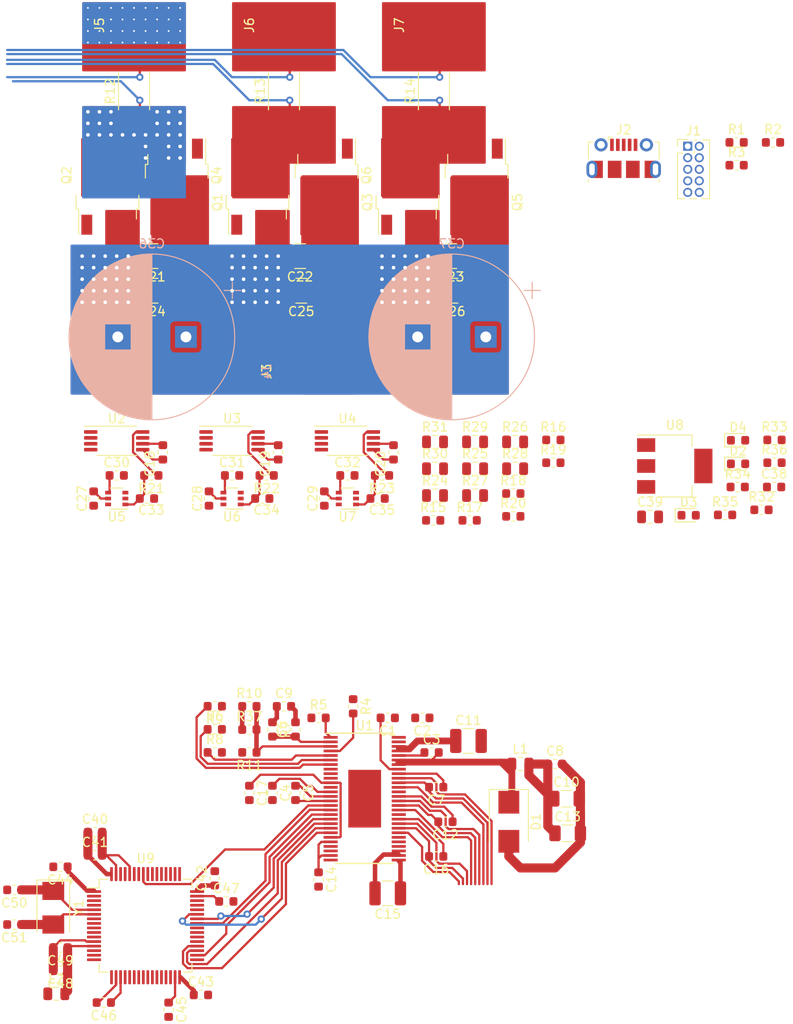
<source format=kicad_pcb>
(kicad_pcb (version 20171130) (host pcbnew 5.1.6-c6e7f7d~87~ubuntu20.04.1)
  (layers (0 F.Cu signal) (31 B.Cu signal) (34 B.Paste user) (35 F.Paste user) (36 B.SilkS user) (37 F.SilkS user) (38 B.Mask user) (39 F.Mask user) (44 Edge.Cuts user))
  (net 0 "")
  (net 1 "Net-(C1-Pad2)")
  (net 2 GND)
  (net 3 "Net-(C2-Pad2)")
  (net 4 /GateDriver/PH)
  (net 5 "Net-(C3-Pad1)")
  (net 6 "Net-(C4-Pad1)")
  (net 7 "Net-(C5-Pad2)")
  (net 8 "Net-(C5-Pad1)")
  (net 9 /GateDriver/COMP)
  (net 10 /GateDriver/SH_A)
  (net 11 "Net-(C7-Pad1)")
  (net 12 +3V3)
  (net 13 "Net-(C9-Pad1)")
  (net 14 /GateDriver/SUPPLY)
  (net 15 /GateDriver/SH_B)
  (net 16 "Net-(C12-Pad1)")
  (net 17 /GateDriver/REF)
  (net 18 /GateDriver/SH_C)
  (net 19 "Net-(C16-Pad1)")
  (net 20 /GateDriver/DVDD)
  (net 21 "Net-(C30-Pad1)")
  (net 22 "Net-(C31-Pad1)")
  (net 23 "Net-(C32-Pad1)")
  (net 24 /CURR_A)
  (net 25 /CURR_B)
  (net 26 /CURR_C)
  (net 27 /TEMP)
  (net 28 "Net-(C45-Pad1)")
  (net 29 "Net-(C47-Pad1)")
  (net 30 +3.3VA)
  (net 31 /MCU/HSE_IN)
  (net 32 /MCU/HSE_OUT)
  (net 33 /MCU/LED_RED)
  (net 34 "Net-(D2-Pad1)")
  (net 35 /MCU/LED_GREEN)
  (net 36 "Net-(D3-Pad1)")
  (net 37 "Net-(D4-Pad1)")
  (net 38 /Power/PH_A)
  (net 39 /Power/PH_B)
  (net 40 /Power/PH_C)
  (net 41 "Net-(Q1-Pad1)")
  (net 42 "Net-(Q2-Pad1)")
  (net 43 "Net-(Q3-Pad1)")
  (net 44 "Net-(Q4-Pad1)")
  (net 45 "Net-(Q5-Pad1)")
  (net 46 "Net-(Q6-Pad1)")
  (net 47 +5V)
  (net 48 "Net-(J2-Pad1)")
  (net 49 "Net-(J2-Pad3)")
  (net 50 /MCU/USB_D+)
  (net 51 "Net-(J2-Pad2)")
  (net 52 /MCU/USB_D-)
  (net 53 "Net-(R4-Pad2)")
  (net 54 "Net-(R5-Pad2)")
  (net 55 "Net-(R6-Pad1)")
  (net 56 "Net-(R8-Pad1)")
  (net 57 /GateDriver/DTC)
  (net 58 /GateDriver/VSENSE)
  (net 59 /GateDriver/GH_A)
  (net 60 /GateDriver/GL_A)
  (net 61 /GateDriver/GH_B)
  (net 62 /GateDriver/GL_B)
  (net 63 /GateDriver/GH_C)
  (net 64 /GateDriver/GL_C)
  (net 65 /Power/CURR_A_RAW)
  (net 66 /Power/CURR_B_RAW)
  (net 67 /Power/CURR_C_RAW)
  (net 68 /VOLT_A)
  (net 69 /VOLT_B)
  (net 70 /VOLT_C)
  (net 71 /VOLT_SUPPLY)
  (net 72 "Net-(U1-Pad55)")
  (net 73 "Net-(U1-Pad26)")
  (net 74 "Net-(U1-Pad25)")
  (net 75 /GateDriver/INL_C)
  (net 76 /MCU/H_C)
  (net 77 /GateDriver/INL_B)
  (net 78 /MCU/H_B)
  (net 79 /GateDriver/INL_A)
  (net 80 /MCU/H_A)
  (net 81 /GateDriver/EN_GATE)
  (net 82 /Power/CURR_FILTER)
  (net 83 "Net-(U5-Pad3)")
  (net 84 "Net-(U6-Pad3)")
  (net 85 "Net-(U7-Pad3)")
  (net 86 "Net-(U9-Pad62)")
  (net 87 "Net-(U9-Pad61)")
  (net 88 "Net-(U9-Pad59)")
  (net 89 "Net-(U9-Pad58)")
  (net 90 "Net-(U9-Pad56)")
  (net 91 /MCU/SWO)
  (net 92 "Net-(U9-Pad53)")
  (net 93 "Net-(U9-Pad52)")
  (net 94 "Net-(U9-Pad51)")
  (net 95 /MCU/JTDI)
  (net 96 /MCU/SWCLK)
  (net 97 /MCU/SWDIO)
  (net 98 "Net-(U9-Pad40)")
  (net 99 "Net-(U9-Pad39)")
  (net 100 "Net-(U9-Pad38)")
  (net 101 "Net-(U9-Pad37)")
  (net 102 "Net-(U9-Pad33)")
  (net 103 "Net-(U9-Pad30)")
  (net 104 "Net-(U9-Pad29)")
  (net 105 "Net-(U9-Pad28)")
  (net 106 "Net-(U9-Pad25)")
  (net 107 "Net-(U9-Pad24)")
  (net 108 "Net-(U9-Pad23)")
  (net 109 "Net-(U9-Pad22)")
  (net 110 "Net-(U9-Pad21)")
  (net 111 "Net-(U9-Pad20)")
  (net 112 /MCU/NRST)
  (net 113 "Net-(U9-Pad4)")
  (net 114 "Net-(U9-Pad3)")
  (net 115 "Net-(U9-Pad2)")
  (net 116 "Net-(J2-Pad4)")
  (net 117 "Net-(J1-Pad9)")
  (net 118 "Net-(J1-Pad7)")
  (module Package_TO_SOT_SMD:SOT-223-3_TabPin2 (layer F.Cu) (at 135.11 72.62)
    (fp_text reference U8 (at 0 -4.5) (layer F.SilkS))
    (fp_text value AMS1117-3.3)
    (pad 1 smd rect (at -3.15 -2.3) (size 2 1.5) (layers F.Cu F.Paste F.Mask) (net 2 GND))
    (pad 3 smd rect (at -3.15 2.3) (size 2 1.5) (layers F.Cu F.Paste F.Mask) (net 47 +5V))
    (pad 2 smd rect (at -3.15 0) (size 2 1.5) (layers F.Cu F.Paste F.Mask) (net 12 +3V3))
    (pad 2 smd rect (at 3.15 0) (size 2 3.8) (layers F.Cu F.Paste F.Mask) (net 12 +3V3))
  )
  (module Resistor_SMD:R_0603_1608Metric (layer F.Cu) (at 146.09 72.26)
    (fp_text reference R36 (at 0 -1.43) (layer F.SilkS))
    (fp_text value 220R)
    (pad 2 smd roundrect (at 0.7875 0) (size 0.875 0.95) (layers F.Cu F.Paste F.Mask) (net 37 "Net-(D4-Pad1)"))
    (pad 1 smd roundrect (at -0.7875 0) (size 0.875 0.95) (layers F.Cu F.Paste F.Mask) (net 2 GND))
  )
  (module Resistor_SMD:R_0603_1608Metric (layer F.Cu) (at 140.65 78)
    (fp_text reference R35 (at 0 -1.43) (layer F.SilkS))
    (fp_text value 220R)
    (pad 2 smd roundrect (at 0.7875 0) (size 0.875 0.95) (layers F.Cu F.Paste F.Mask) (net 36 "Net-(D3-Pad1)"))
    (pad 1 smd roundrect (at -0.7875 0) (size 0.875 0.95) (layers F.Cu F.Paste F.Mask) (net 2 GND))
  )
  (module Resistor_SMD:R_0603_1608Metric (layer F.Cu) (at 142.04 74.93)
    (fp_text reference R34 (at 0 -1.43) (layer F.SilkS))
    (fp_text value 220R)
    (pad 2 smd roundrect (at 0.7875 0) (size 0.875 0.95) (layers F.Cu F.Paste F.Mask) (net 34 "Net-(D2-Pad1)"))
    (pad 1 smd roundrect (at -0.7875 0) (size 0.875 0.95) (layers F.Cu F.Paste F.Mask) (net 2 GND))
  )
  (module Resistor_SMD:R_0603_1608Metric (layer F.Cu) (at 146.09 69.75)
    (fp_text reference R33 (at 0 -1.43) (layer F.SilkS))
    (fp_text value 10k)
    (pad 2 smd roundrect (at 0.7875 0) (size 0.875 0.95) (layers F.Cu F.Paste F.Mask) (net 27 /TEMP))
    (pad 1 smd roundrect (at -0.7875 0) (size 0.875 0.95) (layers F.Cu F.Paste F.Mask) (net 2 GND))
  )
  (module Resistor_SMD:R_0603_1608Metric (layer F.Cu) (at 144.66 77.44)
    (fp_text reference R32 (at 0 -1.43) (layer F.SilkS))
    (fp_text value "NTC 10k")
    (pad 2 smd roundrect (at 0.7875 0) (size 0.875 0.95) (layers F.Cu F.Paste F.Mask) (net 12 +3V3))
    (pad 1 smd roundrect (at -0.7875 0) (size 0.875 0.95) (layers F.Cu F.Paste F.Mask) (net 27 /TEMP))
  )
  (module Resistor_SMD:R_0805_2012Metric (layer F.Cu) (at 108.71 69.97)
    (fp_text reference R31 (at 0 -1.65) (layer F.SilkS))
    (fp_text value 2k2)
    (pad 2 smd roundrect (at 0.9375 0) (size 0.975 1.4) (layers F.Cu F.Paste F.Mask) (net 71 /VOLT_SUPPLY))
    (pad 1 smd roundrect (at -0.9375 0) (size 0.975 1.4) (layers F.Cu F.Paste F.Mask) (net 2 GND))
  )
  (module Resistor_SMD:R_0805_2012Metric (layer F.Cu) (at 108.71 72.92)
    (fp_text reference R30 (at 0 -1.65) (layer F.SilkS))
    (fp_text value 39k)
    (pad 2 smd roundrect (at 0.9375 0) (size 0.975 1.4) (layers F.Cu F.Paste F.Mask) (net 71 /VOLT_SUPPLY))
    (pad 1 smd roundrect (at -0.9375 0) (size 0.975 1.4) (layers F.Cu F.Paste F.Mask) (net 14 /GateDriver/SUPPLY))
  )
  (module Resistor_SMD:R_0805_2012Metric (layer F.Cu) (at 113.12 69.97)
    (fp_text reference R29 (at 0 -1.65) (layer F.SilkS))
    (fp_text value 2k2)
    (pad 2 smd roundrect (at 0.9375 0) (size 0.975 1.4) (layers F.Cu F.Paste F.Mask) (net 70 /VOLT_C))
    (pad 1 smd roundrect (at -0.9375 0) (size 0.975 1.4) (layers F.Cu F.Paste F.Mask) (net 2 GND))
  )
  (module Resistor_SMD:R_0805_2012Metric (layer F.Cu) (at 117.53 72.92)
    (fp_text reference R28 (at 0 -1.65) (layer F.SilkS))
    (fp_text value 39k)
    (pad 2 smd roundrect (at 0.9375 0) (size 0.975 1.4) (layers F.Cu F.Paste F.Mask) (net 70 /VOLT_C))
    (pad 1 smd roundrect (at -0.9375 0) (size 0.975 1.4) (layers F.Cu F.Paste F.Mask) (net 18 /GateDriver/SH_C))
  )
  (module Resistor_SMD:R_0805_2012Metric (layer F.Cu) (at 113.12 75.87)
    (fp_text reference R27 (at 0 -1.65) (layer F.SilkS))
    (fp_text value 2k2)
    (pad 2 smd roundrect (at 0.9375 0) (size 0.975 1.4) (layers F.Cu F.Paste F.Mask) (net 69 /VOLT_B))
    (pad 1 smd roundrect (at -0.9375 0) (size 0.975 1.4) (layers F.Cu F.Paste F.Mask) (net 2 GND))
  )
  (module Resistor_SMD:R_0805_2012Metric (layer F.Cu) (at 117.53 69.97)
    (fp_text reference R26 (at 0 -1.65) (layer F.SilkS))
    (fp_text value 39k)
    (pad 2 smd roundrect (at 0.9375 0) (size 0.975 1.4) (layers F.Cu F.Paste F.Mask) (net 69 /VOLT_B))
    (pad 1 smd roundrect (at -0.9375 0) (size 0.975 1.4) (layers F.Cu F.Paste F.Mask) (net 15 /GateDriver/SH_B))
  )
  (module Resistor_SMD:R_0805_2012Metric (layer F.Cu) (at 113.12 72.92)
    (fp_text reference R25 (at 0 -1.65) (layer F.SilkS))
    (fp_text value 2k2)
    (pad 2 smd roundrect (at 0.9375 0) (size 0.975 1.4) (layers F.Cu F.Paste F.Mask) (net 68 /VOLT_A))
    (pad 1 smd roundrect (at -0.9375 0) (size 0.975 1.4) (layers F.Cu F.Paste F.Mask) (net 2 GND))
  )
  (module Resistor_SMD:R_0805_2012Metric (layer F.Cu) (at 108.71 75.87)
    (fp_text reference R24 (at 0 -1.65) (layer F.SilkS))
    (fp_text value 39k)
    (pad 2 smd roundrect (at 0.9375 0) (size 0.975 1.4) (layers F.Cu F.Paste F.Mask) (net 68 /VOLT_A))
    (pad 1 smd roundrect (at -0.9375 0) (size 0.975 1.4) (layers F.Cu F.Paste F.Mask) (net 10 /GateDriver/SH_A))
  )
  (module Resistor_SMD:R_0603_1608Metric (layer F.Cu) (at 117.33 78.16)
    (fp_text reference R20 (at 0 -1.43) (layer F.SilkS))
    (fp_text value 4R7)
    (pad 2 smd roundrect (at 0.7875 0) (size 0.875 0.95) (layers F.Cu F.Paste F.Mask) (net 64 /GateDriver/GL_C))
    (pad 1 smd roundrect (at -0.7875 0) (size 0.875 0.95) (layers F.Cu F.Paste F.Mask) (net 46 "Net-(Q6-Pad1)"))
  )
  (module Resistor_SMD:R_0603_1608Metric (layer F.Cu) (at 121.74 72.26)
    (fp_text reference R19 (at 0 -1.43) (layer F.SilkS))
    (fp_text value 4R7)
    (pad 2 smd roundrect (at 0.7875 0) (size 0.875 0.95) (layers F.Cu F.Paste F.Mask) (net 63 /GateDriver/GH_C))
    (pad 1 smd roundrect (at -0.7875 0) (size 0.875 0.95) (layers F.Cu F.Paste F.Mask) (net 45 "Net-(Q5-Pad1)"))
  )
  (module Resistor_SMD:R_0603_1608Metric (layer F.Cu) (at 117.33 75.65)
    (fp_text reference R18 (at 0 -1.43) (layer F.SilkS))
    (fp_text value 4R7)
    (pad 2 smd roundrect (at 0.7875 0) (size 0.875 0.95) (layers F.Cu F.Paste F.Mask) (net 62 /GateDriver/GL_B))
    (pad 1 smd roundrect (at -0.7875 0) (size 0.875 0.95) (layers F.Cu F.Paste F.Mask) (net 44 "Net-(Q4-Pad1)"))
  )
  (module Resistor_SMD:R_0603_1608Metric (layer F.Cu) (at 112.52 78.6)
    (fp_text reference R17 (at 0 -1.43) (layer F.SilkS))
    (fp_text value 4R7)
    (pad 2 smd roundrect (at 0.7875 0) (size 0.875 0.95) (layers F.Cu F.Paste F.Mask) (net 61 /GateDriver/GH_B))
    (pad 1 smd roundrect (at -0.7875 0) (size 0.875 0.95) (layers F.Cu F.Paste F.Mask) (net 43 "Net-(Q3-Pad1)"))
  )
  (module Resistor_SMD:R_0603_1608Metric (layer F.Cu) (at 121.74 69.75)
    (fp_text reference R16 (at 0 -1.43) (layer F.SilkS))
    (fp_text value 4R7)
    (pad 2 smd roundrect (at 0.7875 0) (size 0.875 0.95) (layers F.Cu F.Paste F.Mask) (net 60 /GateDriver/GL_A))
    (pad 1 smd roundrect (at -0.7875 0) (size 0.875 0.95) (layers F.Cu F.Paste F.Mask) (net 42 "Net-(Q2-Pad1)"))
  )
  (module Resistor_SMD:R_0603_1608Metric (layer F.Cu) (at 108.51 78.6)
    (fp_text reference R15 (at 0 -1.43) (layer F.SilkS))
    (fp_text value 4R7)
    (pad 2 smd roundrect (at 0.7875 0) (size 0.875 0.95) (layers F.Cu F.Paste F.Mask) (net 59 /GateDriver/GH_A))
    (pad 1 smd roundrect (at -0.7875 0) (size 0.875 0.95) (layers F.Cu F.Paste F.Mask) (net 41 "Net-(Q1-Pad1)"))
  )
  (module LED_SMD:LED_0603_1608Metric (layer F.Cu) (at 142.08 69.79)
    (fp_text reference D4 (at 0 -1.43) (layer F.SilkS))
    (fp_text value BLUE)
    (pad 2 smd roundrect (at 0.7875 0) (size 0.875 0.95) (layers F.Cu F.Paste F.Mask) (net 12 +3V3))
    (pad 1 smd roundrect (at -0.7875 0) (size 0.875 0.95) (layers F.Cu F.Paste F.Mask) (net 37 "Net-(D4-Pad1)"))
  )
  (module LED_SMD:LED_0603_1608Metric (layer F.Cu) (at 136.64 78.04)
    (fp_text reference D3 (at 0 -1.43) (layer F.SilkS))
    (fp_text value GREEN)
    (pad 2 smd roundrect (at 0.7875 0) (size 0.875 0.95) (layers F.Cu F.Paste F.Mask) (net 35 /MCU/LED_GREEN))
    (pad 1 smd roundrect (at -0.7875 0) (size 0.875 0.95) (layers F.Cu F.Paste F.Mask) (net 36 "Net-(D3-Pad1)"))
  )
  (module LED_SMD:LED_0603_1608Metric (layer F.Cu) (at 142.08 72.38)
    (fp_text reference D2 (at 0 -1.43) (layer F.SilkS))
    (fp_text value RED)
    (pad 2 smd roundrect (at 0.7875 0) (size 0.875 0.95) (layers F.Cu F.Paste F.Mask) (net 33 /MCU/LED_RED))
    (pad 1 smd roundrect (at -0.7875 0) (size 0.875 0.95) (layers F.Cu F.Paste F.Mask) (net 34 "Net-(D2-Pad1)"))
  )
  (module Capacitor_SMD:C_0805_2012Metric (layer F.Cu) (at 132.39 78.22)
    (fp_text reference C39 (at 0 -1.65) (layer F.SilkS))
    (fp_text value 22u)
    (pad 2 smd roundrect (at 0.9375 0) (size 0.975 1.4) (layers F.Cu F.Paste F.Mask) (net 2 GND))
    (pad 1 smd roundrect (at -0.9375 0) (size 0.975 1.4) (layers F.Cu F.Paste F.Mask) (net 12 +3V3))
  )
  (module Capacitor_SMD:C_0603_1608Metric (layer F.Cu) (at 146.05 74.93)
    (fp_text reference C38 (at 0 -1.43) (layer F.SilkS))
    (fp_text value 2u2)
    (pad 2 smd roundrect (at 0.7875 0) (size 0.875 0.95) (layers F.Cu F.Paste F.Mask) (net 2 GND))
    (pad 1 smd roundrect (at -0.7875 0) (size 0.875 0.95) (layers F.Cu F.Paste F.Mask) (net 27 /TEMP))
  )
  (module Package_SO:TSSOP-8_4.4x3mm_P0.65mm (layer F.Cu) (at 99.06 69.85)
    (fp_text reference U4 (at 0 -2.45) (layer F.SilkS))
    (fp_text value INA240A2PW)
    (pad 1 smd roundrect (at -2.8625 -0.975) (size 1.475 0.4) (layers F.Cu F.Paste F.Mask) (net 2 GND))
    (pad 2 smd roundrect (at -2.8625 -0.325) (size 1.475 0.4) (layers F.Cu F.Paste F.Mask) (net 18 /GateDriver/SH_C))
    (pad 3 smd roundrect (at -2.8625 0.325) (size 1.475 0.4) (layers F.Cu F.Paste F.Mask) (net 40 /Power/PH_C))
    (pad 4 smd roundrect (at -2.8625 0.975) (size 1.475 0.4) (layers F.Cu F.Paste F.Mask) (net 2 GND))
    (pad 5 smd roundrect (at 2.8625 0.975) (size 1.475 0.4) (layers F.Cu F.Paste F.Mask) (net 12 +3V3))
    (pad 6 smd roundrect (at 2.8625 0.325) (size 1.475 0.4) (layers F.Cu F.Paste F.Mask) (net 2 GND))
    (pad 7 smd roundrect (at 2.8625 -0.325) (size 1.475 0.4) (layers F.Cu F.Paste F.Mask) (net 30 +3.3VA))
    (pad 8 smd roundrect (at 2.8625 -0.975) (size 1.475 0.4) (layers F.Cu F.Paste F.Mask) (net 67 /Power/CURR_C_RAW))
  )
  (module Capacitor_SMD:C_0603_1608Metric (layer F.Cu) (at 96.52 76.2 270)
    (fp_text reference C29 (at 0 1.27 90) (layer F.SilkS))
    (fp_text value 2u2 hide)
    (pad 1 smd roundrect (at -0.7875 0 270) (size 0.875 0.95) (layers F.Cu F.Paste F.Mask) (net 12 +3V3))
    (pad 2 smd roundrect (at 0.7875 0 270) (size 0.875 0.95) (layers F.Cu F.Paste F.Mask) (net 2 GND))
  )
  (module Capacitor_SMD:C_0603_1608Metric (layer F.Cu) (at 104.14 71.12 90)
    (fp_text reference C20 (at -1.27 -1.43 90) (layer F.SilkS))
    (fp_text value 2u2)
    (pad 1 smd roundrect (at -0.7875 0 90) (size 0.875 0.95) (layers F.Cu F.Paste F.Mask) (net 12 +3V3))
    (pad 2 smd roundrect (at 0.7875 0 90) (size 0.875 0.95) (layers F.Cu F.Paste F.Mask) (net 2 GND))
  )
  (module Capacitor_SMD:C_0603_1608Metric (layer F.Cu) (at 102.3875 76.2)
    (fp_text reference C35 (at 0.4825 1.27) (layer F.SilkS))
    (fp_text value 1n hide)
    (pad 1 smd roundrect (at -0.7875 0) (size 0.875 0.95) (layers F.Cu F.Paste F.Mask) (net 26 /CURR_C))
    (pad 2 smd roundrect (at 0.7875 0) (size 0.875 0.95) (layers F.Cu F.Paste F.Mask) (net 2 GND))
  )
  (module Capacitor_SMD:C_0603_1608Metric (layer F.Cu) (at 99.06 73.66)
    (fp_text reference C32 (at 0 -1.43) (layer F.SilkS))
    (fp_text value 15n)
    (pad 1 smd roundrect (at -0.7875 0) (size 0.875 0.95) (layers F.Cu F.Paste F.Mask) (net 23 "Net-(C32-Pad1)"))
    (pad 2 smd roundrect (at 0.7875 0) (size 0.875 0.95) (layers F.Cu F.Paste F.Mask) (net 2 GND))
  )
  (module Package_TO_SOT_SMD:SOT-363_SC-70-6 (layer F.Cu) (at 99.06 76.2 180)
    (fp_text reference U7 (at 0 -2) (layer F.SilkS))
    (fp_text value BL1551)
    (pad 1 smd rect (at -0.95 -0.65 180) (size 0.65 0.4) (layers F.Cu F.Paste F.Mask) (net 26 /CURR_C))
    (pad 3 smd rect (at -0.95 0.65 180) (size 0.65 0.4) (layers F.Cu F.Paste F.Mask) (net 85 "Net-(U7-Pad3)"))
    (pad 5 smd rect (at 0.95 0 180) (size 0.65 0.4) (layers F.Cu F.Paste F.Mask) (net 12 +3V3))
    (pad 2 smd rect (at -0.95 0 180) (size 0.65 0.4) (layers F.Cu F.Paste F.Mask) (net 2 GND))
    (pad 4 smd rect (at 0.95 0.65 180) (size 0.65 0.4) (layers F.Cu F.Paste F.Mask) (net 23 "Net-(C32-Pad1)"))
    (pad 6 smd rect (at 0.95 -0.65 180) (size 0.65 0.4) (layers F.Cu F.Paste F.Mask) (net 82 /Power/CURR_FILTER))
  )
  (module Resistor_SMD:R_0603_1608Metric (layer F.Cu) (at 102.87 73.66 180)
    (fp_text reference R23 (at 0 -1.43) (layer F.SilkS))
    (fp_text value 1k)
    (pad 1 smd roundrect (at -0.7875 0 180) (size 0.875 0.95) (layers F.Cu F.Paste F.Mask) (net 67 /Power/CURR_C_RAW))
    (pad 2 smd roundrect (at 0.7875 0 180) (size 0.875 0.95) (layers F.Cu F.Paste F.Mask) (net 26 /CURR_C))
  )
  (module Package_SO:TSSOP-8_4.4x3mm_P0.65mm (layer F.Cu) (at 86.36 69.85)
    (fp_text reference U3 (at 0 -2.45) (layer F.SilkS))
    (fp_text value INA240A2PW)
    (pad 1 smd roundrect (at -2.8625 -0.975) (size 1.475 0.4) (layers F.Cu F.Paste F.Mask) (net 2 GND))
    (pad 2 smd roundrect (at -2.8625 -0.325) (size 1.475 0.4) (layers F.Cu F.Paste F.Mask) (net 15 /GateDriver/SH_B))
    (pad 3 smd roundrect (at -2.8625 0.325) (size 1.475 0.4) (layers F.Cu F.Paste F.Mask) (net 39 /Power/PH_B))
    (pad 4 smd roundrect (at -2.8625 0.975) (size 1.475 0.4) (layers F.Cu F.Paste F.Mask) (net 2 GND))
    (pad 5 smd roundrect (at 2.8625 0.975) (size 1.475 0.4) (layers F.Cu F.Paste F.Mask) (net 12 +3V3))
    (pad 6 smd roundrect (at 2.8625 0.325) (size 1.475 0.4) (layers F.Cu F.Paste F.Mask) (net 2 GND))
    (pad 7 smd roundrect (at 2.8625 -0.325) (size 1.475 0.4) (layers F.Cu F.Paste F.Mask) (net 30 +3.3VA))
    (pad 8 smd roundrect (at 2.8625 -0.975) (size 1.475 0.4) (layers F.Cu F.Paste F.Mask) (net 66 /Power/CURR_B_RAW))
  )
  (module Capacitor_SMD:C_0603_1608Metric (layer F.Cu) (at 83.82 76.2 270)
    (fp_text reference C28 (at 0 1.27 90) (layer F.SilkS))
    (fp_text value 2u2 hide)
    (pad 1 smd roundrect (at -0.7875 0 270) (size 0.875 0.95) (layers F.Cu F.Paste F.Mask) (net 12 +3V3))
    (pad 2 smd roundrect (at 0.7875 0 270) (size 0.875 0.95) (layers F.Cu F.Paste F.Mask) (net 2 GND))
  )
  (module Capacitor_SMD:C_0603_1608Metric (layer F.Cu) (at 91.44 71.12 90)
    (fp_text reference C19 (at -1.27 -1.43 90) (layer F.SilkS))
    (fp_text value 2u2)
    (pad 1 smd roundrect (at -0.7875 0 90) (size 0.875 0.95) (layers F.Cu F.Paste F.Mask) (net 12 +3V3))
    (pad 2 smd roundrect (at 0.7875 0 90) (size 0.875 0.95) (layers F.Cu F.Paste F.Mask) (net 2 GND))
  )
  (module Capacitor_SMD:C_0603_1608Metric (layer F.Cu) (at 89.6875 76.2)
    (fp_text reference C34 (at 0.4825 1.27) (layer F.SilkS))
    (fp_text value 1n hide)
    (pad 1 smd roundrect (at -0.7875 0) (size 0.875 0.95) (layers F.Cu F.Paste F.Mask) (net 25 /CURR_B))
    (pad 2 smd roundrect (at 0.7875 0) (size 0.875 0.95) (layers F.Cu F.Paste F.Mask) (net 2 GND))
  )
  (module Capacitor_SMD:C_0603_1608Metric (layer F.Cu) (at 86.36 73.66)
    (fp_text reference C31 (at 0 -1.43) (layer F.SilkS))
    (fp_text value 15n)
    (pad 1 smd roundrect (at -0.7875 0) (size 0.875 0.95) (layers F.Cu F.Paste F.Mask) (net 22 "Net-(C31-Pad1)"))
    (pad 2 smd roundrect (at 0.7875 0) (size 0.875 0.95) (layers F.Cu F.Paste F.Mask) (net 2 GND))
  )
  (module Package_TO_SOT_SMD:SOT-363_SC-70-6 (layer F.Cu) (at 86.36 76.2 180)
    (fp_text reference U6 (at 0 -2) (layer F.SilkS))
    (fp_text value BL1551)
    (pad 1 smd rect (at -0.95 -0.65 180) (size 0.65 0.4) (layers F.Cu F.Paste F.Mask) (net 25 /CURR_B))
    (pad 3 smd rect (at -0.95 0.65 180) (size 0.65 0.4) (layers F.Cu F.Paste F.Mask) (net 84 "Net-(U6-Pad3)"))
    (pad 5 smd rect (at 0.95 0 180) (size 0.65 0.4) (layers F.Cu F.Paste F.Mask) (net 12 +3V3))
    (pad 2 smd rect (at -0.95 0 180) (size 0.65 0.4) (layers F.Cu F.Paste F.Mask) (net 2 GND))
    (pad 4 smd rect (at 0.95 0.65 180) (size 0.65 0.4) (layers F.Cu F.Paste F.Mask) (net 22 "Net-(C31-Pad1)"))
    (pad 6 smd rect (at 0.95 -0.65 180) (size 0.65 0.4) (layers F.Cu F.Paste F.Mask) (net 82 /Power/CURR_FILTER))
  )
  (module Resistor_SMD:R_0603_1608Metric (layer F.Cu) (at 90.17 73.66 180)
    (fp_text reference R22 (at 0 -1.43) (layer F.SilkS))
    (fp_text value 1k)
    (pad 1 smd roundrect (at -0.7875 0 180) (size 0.875 0.95) (layers F.Cu F.Paste F.Mask) (net 66 /Power/CURR_B_RAW))
    (pad 2 smd roundrect (at 0.7875 0 180) (size 0.875 0.95) (layers F.Cu F.Paste F.Mask) (net 25 /CURR_B))
  )
  (module Package_TO_SOT_SMD:TO-252-2 (layer F.Cu) (at 89.155 41.875 90)
    (fp_text reference Q4 (at 1.235 -4.5 90) (layer F.SilkS))
    (fp_text value Q_NMOS_GDS)
    (pad 2 smd rect (at 2.1 0 90) (size 6.4 5.8) (layers F.Cu F.Mask) (net 15 /GateDriver/SH_B))
    (pad 3 smd rect (at -4.2 2.28 90) (size 2.2 1.2) (layers F.Cu F.Paste F.Mask) (net 2 GND))
    (pad 1 smd rect (at -4.2 -2.28 90) (size 2.2 1.2) (layers F.Cu F.Paste F.Mask) (net 44 "Net-(Q4-Pad1)"))
  )
  (module Package_TO_SOT_SMD:TO-252-2 (layer F.Cu) (at 105.665 41.875 90)
    (fp_text reference Q6 (at 1.235 -4.5 90) (layer F.SilkS))
    (fp_text value Q_NMOS_GDS)
    (pad 1 smd rect (at -4.2 -2.28 90) (size 2.2 1.2) (layers F.Cu F.Paste F.Mask) (net 46 "Net-(Q6-Pad1)"))
    (pad 3 smd rect (at -4.2 2.28 90) (size 2.2 1.2) (layers F.Cu F.Paste F.Mask) (net 2 GND))
    (pad 2 smd rect (at 2.1 0 90) (size 6.4 5.8) (layers F.Cu F.Mask) (net 18 /GateDriver/SH_C))
  )
  (module Capacitor_SMD:C_1210_3225Metric (layer F.Cu) (at 110.62 53.34 180)
    (fp_text reference C26 (at 0 -2.28) (layer F.SilkS))
    (fp_text value 4u7)
    (pad 1 smd roundrect (at -1.4 0 180) (size 1.25 2.65) (layers F.Cu F.Paste F.Mask) (roundrect_rratio 0.2) (net 14 /GateDriver/SUPPLY))
    (pad 2 smd roundrect (at 1.4 0 180) (size 1.25 2.65) (layers F.Cu F.Paste F.Mask) (roundrect_rratio 0.2) (net 2 GND))
  )
  (module Connector_Wire:SolderWirePad_1x01_SMD_5x10mm (layer F.Cu) (at 108.585 24.13 90)
    (fp_text reference J7 (at 0 -3.81 90) (layer F.SilkS))
    (fp_text value PH_C)
    (pad 1 smd rect (at 0 0 90) (size 5 10) (layers F.Cu F.Paste F.Mask) (net 40 /Power/PH_C))
  )
  (module Resistor_SMD:R_2512_6332Metric (layer F.Cu) (at 108.585 31.39 90)
    (fp_text reference R14 (at 0 -2.62 90) (layer F.SilkS))
    (fp_text value 0.002R)
    (pad 1 smd roundrect (at -2.9 0 90) (size 1.35 3.35) (layers F.Cu F.Paste F.Mask) (roundrect_rratio 0.185185) (net 18 /GateDriver/SH_C))
    (pad 2 smd roundrect (at 2.9 0 90) (size 1.35 3.35) (layers F.Cu F.Paste F.Mask) (roundrect_rratio 0.185185) (net 40 /Power/PH_C))
  )
  (module Package_TO_SOT_SMD:TO-252-2 (layer F.Cu) (at 113.285 41.91 270)
    (fp_text reference Q5 (at 1.695 -4.5 90) (layer F.SilkS))
    (fp_text value Q_NMOS_GDS)
    (pad 1 smd rect (at -4.2 -2.28 270) (size 2.2 1.2) (layers F.Cu F.Paste F.Mask) (net 45 "Net-(Q5-Pad1)"))
    (pad 3 smd rect (at -4.2 2.28 270) (size 2.2 1.2) (layers F.Cu F.Paste F.Mask) (net 18 /GateDriver/SH_C))
    (pad 2 smd rect (at 2.1 0 270) (size 6.4 5.8) (layers F.Cu F.Mask) (net 14 /GateDriver/SUPPLY))
  )
  (module Capacitor_SMD:C_1210_3225Metric (layer F.Cu) (at 110.49 49.53 180)
    (fp_text reference C23 (at 0 -2.28) (layer F.SilkS))
    (fp_text value 4u7)
    (pad 1 smd roundrect (at -1.4 0 180) (size 1.25 2.65) (layers F.Cu F.Paste F.Mask) (roundrect_rratio 0.2) (net 14 /GateDriver/SUPPLY))
    (pad 2 smd roundrect (at 1.4 0 180) (size 1.25 2.65) (layers F.Cu F.Paste F.Mask) (roundrect_rratio 0.2) (net 2 GND))
  )
  (module Capacitor_SMD:C_1210_3225Metric (layer F.Cu) (at 93.98 53.34 180)
    (fp_text reference C25 (at 0 -2.28) (layer F.SilkS))
    (fp_text value 4u7)
    (pad 1 smd roundrect (at -1.4 0 180) (size 1.25 2.65) (layers F.Cu F.Paste F.Mask) (roundrect_rratio 0.2) (net 14 /GateDriver/SUPPLY))
    (pad 2 smd roundrect (at 1.4 0 180) (size 1.25 2.65) (layers F.Cu F.Paste F.Mask) (roundrect_rratio 0.2) (net 2 GND))
  )
  (module Connector_Wire:SolderWirePad_1x01_SMD_5x10mm (layer F.Cu) (at 92.075 24.13 90)
    (fp_text reference J6 (at 0 -3.81 90) (layer F.SilkS))
    (fp_text value PH_B)
    (pad 1 smd rect (at 0 0 90) (size 5 10) (layers F.Cu F.Paste F.Mask) (net 39 /Power/PH_B))
  )
  (module Resistor_SMD:R_2512_6332Metric (layer F.Cu) (at 92.075 31.39 90)
    (fp_text reference R13 (at 0 -2.62 90) (layer F.SilkS))
    (fp_text value 0.002R)
    (pad 1 smd roundrect (at -2.9 0 90) (size 1.35 3.35) (layers F.Cu F.Paste F.Mask) (roundrect_rratio 0.185185) (net 15 /GateDriver/SH_B))
    (pad 2 smd roundrect (at 2.9 0 90) (size 1.35 3.35) (layers F.Cu F.Paste F.Mask) (roundrect_rratio 0.185185) (net 39 /Power/PH_B))
  )
  (module Package_TO_SOT_SMD:TO-252-2 (layer F.Cu) (at 96.775 41.91 270)
    (fp_text reference Q3 (at 1.695 -4.5 90) (layer F.SilkS))
    (fp_text value Q_NMOS_GDS)
    (pad 1 smd rect (at -4.2 -2.28 270) (size 2.2 1.2) (layers F.Cu F.Paste F.Mask) (net 43 "Net-(Q3-Pad1)"))
    (pad 3 smd rect (at -4.2 2.28 270) (size 2.2 1.2) (layers F.Cu F.Paste F.Mask) (net 15 /GateDriver/SH_B))
    (pad 2 smd rect (at 2.1 0 270) (size 6.4 5.8) (layers F.Cu F.Mask) (net 14 /GateDriver/SUPPLY))
  )
  (module Capacitor_SMD:C_1210_3225Metric (layer F.Cu) (at 93.85 49.53 180)
    (fp_text reference C22 (at 0 -2.28) (layer F.SilkS))
    (fp_text value 4u7)
    (pad 1 smd roundrect (at -1.4 0 180) (size 1.25 2.65) (layers F.Cu F.Paste F.Mask) (roundrect_rratio 0.2) (net 14 /GateDriver/SUPPLY))
    (pad 2 smd roundrect (at 1.4 0 180) (size 1.25 2.65) (layers F.Cu F.Paste F.Mask) (roundrect_rratio 0.2) (net 2 GND))
  )
  (module Crystal:Crystal_SMD_5032-2Pin_5.0x3.2mm (layer F.Cu) (at 66.675 121.213 270)
    (fp_text reference Y1 (at 0 -2.8 90) (layer F.SilkS))
    (fp_text value 8M)
    (pad 2 smd rect (at 1.85 0 270) (size 2 2.4) (layers F.Cu F.Paste F.Mask) (net 32 /MCU/HSE_OUT))
    (pad 1 smd rect (at -1.85 0 270) (size 2 2.4) (layers F.Cu F.Paste F.Mask) (net 31 /MCU/HSE_IN))
  )
  (module Package_QFP:LQFP-64_10x10mm_P0.5mm (layer F.Cu) (at 76.835 123.19)
    (fp_text reference U9 (at 0 -7.4) (layer F.SilkS))
    (fp_text value STM32F405RGTx)
    (pad 64 smd roundrect (at -3.75 -5.675) (size 0.3 1.55) (layers F.Cu F.Paste F.Mask) (net 12 +3V3))
    (pad 63 smd roundrect (at -3.25 -5.675) (size 0.3 1.55) (layers F.Cu F.Paste F.Mask) (net 2 GND))
    (pad 62 smd roundrect (at -2.75 -5.675) (size 0.3 1.55) (layers F.Cu F.Paste F.Mask) (net 86 "Net-(U9-Pad62)"))
    (pad 61 smd roundrect (at -2.25 -5.675) (size 0.3 1.55) (layers F.Cu F.Paste F.Mask) (net 87 "Net-(U9-Pad61)"))
    (pad 60 smd roundrect (at -1.75 -5.675) (size 0.3 1.55) (layers F.Cu F.Paste F.Mask) (net 2 GND))
    (pad 59 smd roundrect (at -1.25 -5.675) (size 0.3 1.55) (layers F.Cu F.Paste F.Mask) (net 88 "Net-(U9-Pad59)"))
    (pad 58 smd roundrect (at -0.75 -5.675) (size 0.3 1.55) (layers F.Cu F.Paste F.Mask) (net 89 "Net-(U9-Pad58)"))
    (pad 57 smd roundrect (at -0.25 -5.675) (size 0.3 1.55) (layers F.Cu F.Paste F.Mask) (net 81 /GateDriver/EN_GATE))
    (pad 56 smd roundrect (at 0.25 -5.675) (size 0.3 1.55) (layers F.Cu F.Paste F.Mask) (net 90 "Net-(U9-Pad56)"))
    (pad 55 smd roundrect (at 0.75 -5.675) (size 0.3 1.55) (layers F.Cu F.Paste F.Mask) (net 91 /MCU/SWO))
    (pad 54 smd roundrect (at 1.25 -5.675) (size 0.3 1.55) (layers F.Cu F.Paste F.Mask) (net 82 /Power/CURR_FILTER))
    (pad 53 smd roundrect (at 1.75 -5.675) (size 0.3 1.55) (layers F.Cu F.Paste F.Mask) (net 92 "Net-(U9-Pad53)"))
    (pad 52 smd roundrect (at 2.25 -5.675) (size 0.3 1.55) (layers F.Cu F.Paste F.Mask) (net 93 "Net-(U9-Pad52)"))
    (pad 51 smd roundrect (at 2.75 -5.675) (size 0.3 1.55) (layers F.Cu F.Paste F.Mask) (net 94 "Net-(U9-Pad51)"))
    (pad 50 smd roundrect (at 3.25 -5.675) (size 0.3 1.55) (layers F.Cu F.Paste F.Mask) (net 95 /MCU/JTDI))
    (pad 49 smd roundrect (at 3.75 -5.675) (size 0.3 1.55) (layers F.Cu F.Paste F.Mask) (net 96 /MCU/SWCLK))
    (pad 48 smd roundrect (at 5.675 -3.75) (size 1.55 0.3) (layers F.Cu F.Paste F.Mask) (net 12 +3V3))
    (pad 47 smd roundrect (at 5.675 -3.25) (size 1.55 0.3) (layers F.Cu F.Paste F.Mask) (net 29 "Net-(C47-Pad1)"))
    (pad 46 smd roundrect (at 5.675 -2.75) (size 1.55 0.3) (layers F.Cu F.Paste F.Mask) (net 97 /MCU/SWDIO))
    (pad 45 smd roundrect (at 5.675 -2.25) (size 1.55 0.3) (layers F.Cu F.Paste F.Mask) (net 50 /MCU/USB_D+))
    (pad 44 smd roundrect (at 5.675 -1.75) (size 1.55 0.3) (layers F.Cu F.Paste F.Mask) (net 52 /MCU/USB_D-))
    (pad 43 smd roundrect (at 5.675 -1.25) (size 1.55 0.3) (layers F.Cu F.Paste F.Mask) (net 76 /MCU/H_C))
    (pad 42 smd roundrect (at 5.675 -0.75) (size 1.55 0.3) (layers F.Cu F.Paste F.Mask) (net 78 /MCU/H_B))
    (pad 41 smd roundrect (at 5.675 -0.25) (size 1.55 0.3) (layers F.Cu F.Paste F.Mask) (net 80 /MCU/H_A))
    (pad 40 smd roundrect (at 5.675 0.25) (size 1.55 0.3) (layers F.Cu F.Paste F.Mask) (net 98 "Net-(U9-Pad40)"))
    (pad 39 smd roundrect (at 5.675 0.75) (size 1.55 0.3) (layers F.Cu F.Paste F.Mask) (net 99 "Net-(U9-Pad39)"))
    (pad 38 smd roundrect (at 5.675 1.25) (size 1.55 0.3) (layers F.Cu F.Paste F.Mask) (net 100 "Net-(U9-Pad38)"))
    (pad 37 smd roundrect (at 5.675 1.75) (size 1.55 0.3) (layers F.Cu F.Paste F.Mask) (net 101 "Net-(U9-Pad37)"))
    (pad 36 smd roundrect (at 5.675 2.25) (size 1.55 0.3) (layers F.Cu F.Paste F.Mask) (net 75 /GateDriver/INL_C))
    (pad 35 smd roundrect (at 5.675 2.75) (size 1.55 0.3) (layers F.Cu F.Paste F.Mask) (net 77 /GateDriver/INL_B))
    (pad 34 smd roundrect (at 5.675 3.25) (size 1.55 0.3) (layers F.Cu F.Paste F.Mask) (net 79 /GateDriver/INL_A))
    (pad 33 smd roundrect (at 5.675 3.75) (size 1.55 0.3) (layers F.Cu F.Paste F.Mask) (net 102 "Net-(U9-Pad33)"))
    (pad 32 smd roundrect (at 3.75 5.675) (size 0.3 1.55) (layers F.Cu F.Paste F.Mask) (net 12 +3V3))
    (pad 31 smd roundrect (at 3.25 5.675) (size 0.3 1.55) (layers F.Cu F.Paste F.Mask) (net 28 "Net-(C45-Pad1)"))
    (pad 30 smd roundrect (at 2.75 5.675) (size 0.3 1.55) (layers F.Cu F.Paste F.Mask) (net 103 "Net-(U9-Pad30)"))
    (pad 29 smd roundrect (at 2.25 5.675) (size 0.3 1.55) (layers F.Cu F.Paste F.Mask) (net 104 "Net-(U9-Pad29)"))
    (pad 28 smd roundrect (at 1.75 5.675) (size 0.3 1.55) (layers F.Cu F.Paste F.Mask) (net 105 "Net-(U9-Pad28)"))
    (pad 27 smd roundrect (at 1.25 5.675) (size 0.3 1.55) (layers F.Cu F.Paste F.Mask) (net 33 /MCU/LED_RED))
    (pad 26 smd roundrect (at 0.75 5.675) (size 0.3 1.55) (layers F.Cu F.Paste F.Mask) (net 35 /MCU/LED_GREEN))
    (pad 25 smd roundrect (at 0.25 5.675) (size 0.3 1.55) (layers F.Cu F.Paste F.Mask) (net 106 "Net-(U9-Pad25)"))
    (pad 24 smd roundrect (at -0.25 5.675) (size 0.3 1.55) (layers F.Cu F.Paste F.Mask) (net 107 "Net-(U9-Pad24)"))
    (pad 23 smd roundrect (at -0.75 5.675) (size 0.3 1.55) (layers F.Cu F.Paste F.Mask) (net 108 "Net-(U9-Pad23)"))
    (pad 22 smd roundrect (at -1.25 5.675) (size 0.3 1.55) (layers F.Cu F.Paste F.Mask) (net 109 "Net-(U9-Pad22)"))
    (pad 21 smd roundrect (at -1.75 5.675) (size 0.3 1.55) (layers F.Cu F.Paste F.Mask) (net 110 "Net-(U9-Pad21)"))
    (pad 20 smd roundrect (at -2.25 5.675) (size 0.3 1.55) (layers F.Cu F.Paste F.Mask) (net 111 "Net-(U9-Pad20)"))
    (pad 19 smd roundrect (at -2.75 5.675) (size 0.3 1.55) (layers F.Cu F.Paste F.Mask) (net 12 +3V3))
    (pad 18 smd roundrect (at -3.25 5.675) (size 0.3 1.55) (layers F.Cu F.Paste F.Mask) (net 2 GND))
    (pad 17 smd roundrect (at -3.75 5.675) (size 0.3 1.55) (layers F.Cu F.Paste F.Mask) (net 27 /TEMP))
    (pad 16 smd roundrect (at -5.675 3.75) (size 1.55 0.3) (layers F.Cu F.Paste F.Mask) (net 70 /VOLT_C))
    (pad 15 smd roundrect (at -5.675 3.25) (size 1.55 0.3) (layers F.Cu F.Paste F.Mask) (net 69 /VOLT_B))
    (pad 14 smd roundrect (at -5.675 2.75) (size 1.55 0.3) (layers F.Cu F.Paste F.Mask) (net 68 /VOLT_A))
    (pad 13 smd roundrect (at -5.675 2.25) (size 1.55 0.3) (layers F.Cu F.Paste F.Mask) (net 30 +3.3VA))
    (pad 12 smd roundrect (at -5.675 1.75) (size 1.55 0.3) (layers F.Cu F.Paste F.Mask) (net 2 GND))
    (pad 11 smd roundrect (at -5.675 1.25) (size 1.55 0.3) (layers F.Cu F.Paste F.Mask) (net 71 /VOLT_SUPPLY))
    (pad 10 smd roundrect (at -5.675 0.75) (size 1.55 0.3) (layers F.Cu F.Paste F.Mask) (net 26 /CURR_C))
    (pad 9 smd roundrect (at -5.675 0.25) (size 1.55 0.3) (layers F.Cu F.Paste F.Mask) (net 25 /CURR_B))
    (pad 8 smd roundrect (at -5.675 -0.25) (size 1.55 0.3) (layers F.Cu F.Paste F.Mask) (net 24 /CURR_A))
    (pad 7 smd roundrect (at -5.675 -0.75) (size 1.55 0.3) (layers F.Cu F.Paste F.Mask) (net 112 /MCU/NRST))
    (pad 6 smd roundrect (at -5.675 -1.25) (size 1.55 0.3) (layers F.Cu F.Paste F.Mask) (net 32 /MCU/HSE_OUT))
    (pad 5 smd roundrect (at -5.675 -1.75) (size 1.55 0.3) (layers F.Cu F.Paste F.Mask) (net 31 /MCU/HSE_IN))
    (pad 4 smd roundrect (at -5.675 -2.25) (size 1.55 0.3) (layers F.Cu F.Paste F.Mask) (net 113 "Net-(U9-Pad4)"))
    (pad 3 smd roundrect (at -5.675 -2.75) (size 1.55 0.3) (layers F.Cu F.Paste F.Mask) (net 114 "Net-(U9-Pad3)"))
    (pad 2 smd roundrect (at -5.675 -3.25) (size 1.55 0.3) (layers F.Cu F.Paste F.Mask) (net 115 "Net-(U9-Pad2)"))
    (pad 1 smd roundrect (at -5.675 -3.75) (size 1.55 0.3) (layers F.Cu F.Paste F.Mask) (net 12 +3V3))
  )
  (module Package_TO_SOT_SMD:SOT-363_SC-70-6 (layer F.Cu) (at 73.66 76.2 180)
    (fp_text reference U5 (at 0 -2) (layer F.SilkS))
    (fp_text value BL1551)
    (pad 6 smd rect (at 0.95 -0.65 180) (size 0.65 0.4) (layers F.Cu F.Paste F.Mask) (net 82 /Power/CURR_FILTER))
    (pad 4 smd rect (at 0.95 0.65 180) (size 0.65 0.4) (layers F.Cu F.Paste F.Mask) (net 21 "Net-(C30-Pad1)"))
    (pad 2 smd rect (at -0.95 0 180) (size 0.65 0.4) (layers F.Cu F.Paste F.Mask) (net 2 GND))
    (pad 5 smd rect (at 0.95 0 180) (size 0.65 0.4) (layers F.Cu F.Paste F.Mask) (net 12 +3V3))
    (pad 3 smd rect (at -0.95 0.65 180) (size 0.65 0.4) (layers F.Cu F.Paste F.Mask) (net 83 "Net-(U5-Pad3)"))
    (pad 1 smd rect (at -0.95 -0.65 180) (size 0.65 0.4) (layers F.Cu F.Paste F.Mask) (net 24 /CURR_A))
  )
  (module Package_SO:TSSOP-8_4.4x3mm_P0.65mm (layer F.Cu) (at 73.66 69.85)
    (fp_text reference U2 (at 0 -2.45) (layer F.SilkS))
    (fp_text value INA240A2PW)
    (pad 8 smd roundrect (at 2.8625 -0.975) (size 1.475 0.4) (layers F.Cu F.Paste F.Mask) (net 65 /Power/CURR_A_RAW))
    (pad 7 smd roundrect (at 2.8625 -0.325) (size 1.475 0.4) (layers F.Cu F.Paste F.Mask) (net 30 +3.3VA))
    (pad 6 smd roundrect (at 2.8625 0.325) (size 1.475 0.4) (layers F.Cu F.Paste F.Mask) (net 2 GND))
    (pad 5 smd roundrect (at 2.8625 0.975) (size 1.475 0.4) (layers F.Cu F.Paste F.Mask) (net 12 +3V3))
    (pad 4 smd roundrect (at -2.8625 0.975) (size 1.475 0.4) (layers F.Cu F.Paste F.Mask) (net 2 GND))
    (pad 3 smd roundrect (at -2.8625 0.325) (size 1.475 0.4) (layers F.Cu F.Paste F.Mask) (net 38 /Power/PH_A))
    (pad 2 smd roundrect (at -2.8625 -0.325) (size 1.475 0.4) (layers F.Cu F.Paste F.Mask) (net 10 /GateDriver/SH_A))
    (pad 1 smd roundrect (at -2.8625 -0.975) (size 1.475 0.4) (layers F.Cu F.Paste F.Mask) (net 2 GND))
  )
  (module Package_SO:HTSSOP-56-1EP_6.1x14mm_P0.5mm_EP3.61x6.35mm (layer F.Cu) (at 100.965 109.22)
    (fp_text reference U1 (at 0 -8.05) (layer F.SilkS))
    (fp_text value DRV8302DCAR)
    (pad 57 smd rect (at 0 0) (size 3.61 6.35) (layers F.Cu F.Mask) (net 2 GND))
    (pad 56 smd rect (at 3.75 -6.75) (size 1.55 0.3) (layers F.Cu F.Paste F.Mask) (net 3 "Net-(C2-Pad2)"))
    (pad 55 smd rect (at 3.75 -6.25) (size 1.55 0.3) (layers F.Cu F.Paste F.Mask) (net 72 "Net-(U1-Pad55)"))
    (pad 54 smd rect (at 3.75 -5.75) (size 1.55 0.3) (layers F.Cu F.Paste F.Mask) (net 14 /GateDriver/SUPPLY))
    (pad 53 smd rect (at 3.75 -5.25) (size 1.55 0.3) (layers F.Cu F.Paste F.Mask) (net 14 /GateDriver/SUPPLY))
    (pad 52 smd rect (at 3.75 -4.75) (size 1.55 0.3) (layers F.Cu F.Paste F.Mask) (net 5 "Net-(C3-Pad1)"))
    (pad 51 smd rect (at 3.75 -4.25) (size 1.55 0.3) (layers F.Cu F.Paste F.Mask) (net 4 /GateDriver/PH))
    (pad 50 smd rect (at 3.75 -3.75) (size 1.55 0.3) (layers F.Cu F.Paste F.Mask) (net 4 /GateDriver/PH))
    (pad 49 smd rect (at 3.75 -3.25) (size 1.55 0.3) (layers F.Cu F.Paste F.Mask) (net 1 "Net-(C1-Pad2)"))
    (pad 48 smd rect (at 3.75 -2.75) (size 1.55 0.3) (layers F.Cu F.Paste F.Mask) (net 11 "Net-(C7-Pad1)"))
    (pad 47 smd rect (at 3.75 -2.25) (size 1.55 0.3) (layers F.Cu F.Paste F.Mask) (net 59 /GateDriver/GH_A))
    (pad 46 smd rect (at 3.75 -1.75) (size 1.55 0.3) (layers F.Cu F.Paste F.Mask) (net 10 /GateDriver/SH_A))
    (pad 45 smd rect (at 3.75 -1.25) (size 1.55 0.3) (layers F.Cu F.Paste F.Mask) (net 60 /GateDriver/GL_A))
    (pad 44 smd rect (at 3.75 -0.75) (size 1.55 0.3) (layers F.Cu F.Paste F.Mask) (net 2 GND))
    (pad 43 smd rect (at 3.75 -0.25) (size 1.55 0.3) (layers F.Cu F.Paste F.Mask) (net 16 "Net-(C12-Pad1)"))
    (pad 42 smd rect (at 3.75 0.25) (size 1.55 0.3) (layers F.Cu F.Paste F.Mask) (net 61 /GateDriver/GH_B))
    (pad 41 smd rect (at 3.75 0.75) (size 1.55 0.3) (layers F.Cu F.Paste F.Mask) (net 15 /GateDriver/SH_B))
    (pad 40 smd rect (at 3.75 1.25) (size 1.55 0.3) (layers F.Cu F.Paste F.Mask) (net 62 /GateDriver/GL_B))
    (pad 39 smd rect (at 3.75 1.75) (size 1.55 0.3) (layers F.Cu F.Paste F.Mask) (net 2 GND))
    (pad 38 smd rect (at 3.75 2.25) (size 1.55 0.3) (layers F.Cu F.Paste F.Mask) (net 19 "Net-(C16-Pad1)"))
    (pad 37 smd rect (at 3.75 2.75) (size 1.55 0.3) (layers F.Cu F.Paste F.Mask) (net 63 /GateDriver/GH_C))
    (pad 36 smd rect (at 3.75 3.25) (size 1.55 0.3) (layers F.Cu F.Paste F.Mask) (net 18 /GateDriver/SH_C))
    (pad 35 smd rect (at 3.75 3.75) (size 1.55 0.3) (layers F.Cu F.Paste F.Mask) (net 64 /GateDriver/GL_C))
    (pad 34 smd rect (at 3.75 4.25) (size 1.55 0.3) (layers F.Cu F.Paste F.Mask) (net 2 GND))
    (pad 33 smd rect (at 3.75 4.75) (size 1.55 0.3) (layers F.Cu F.Paste F.Mask) (net 2 GND))
    (pad 32 smd rect (at 3.75 5.25) (size 1.55 0.3) (layers F.Cu F.Paste F.Mask) (net 2 GND))
    (pad 31 smd rect (at 3.75 5.75) (size 1.55 0.3) (layers F.Cu F.Paste F.Mask) (net 2 GND))
    (pad 30 smd rect (at 3.75 6.25) (size 1.55 0.3) (layers F.Cu F.Paste F.Mask) (net 2 GND))
    (pad 29 smd rect (at 3.75 6.75) (size 1.55 0.3) (layers F.Cu F.Paste F.Mask) (net 14 /GateDriver/SUPPLY))
    (pad 28 smd rect (at -3.75 6.75) (size 1.55 0.3) (layers F.Cu F.Paste F.Mask) (net 2 GND))
    (pad 27 smd rect (at -3.75 6.25) (size 1.55 0.3) (layers F.Cu F.Paste F.Mask) (net 17 /GateDriver/REF))
    (pad 26 smd rect (at -3.75 5.75) (size 1.55 0.3) (layers F.Cu F.Paste F.Mask) (net 73 "Net-(U1-Pad26)"))
    (pad 25 smd rect (at -3.75 5.25) (size 1.55 0.3) (layers F.Cu F.Paste F.Mask) (net 74 "Net-(U1-Pad25)"))
    (pad 24 smd rect (at -3.75 4.75) (size 1.55 0.3) (layers F.Cu F.Paste F.Mask) (net 17 /GateDriver/REF))
    (pad 23 smd rect (at -3.75 4.25) (size 1.55 0.3) (layers F.Cu F.Paste F.Mask) (net 20 /GateDriver/DVDD))
    (pad 22 smd rect (at -3.75 3.75) (size 1.55 0.3) (layers F.Cu F.Paste F.Mask) (net 75 /GateDriver/INL_C))
    (pad 21 smd rect (at -3.75 3.25) (size 1.55 0.3) (layers F.Cu F.Paste F.Mask) (net 76 /MCU/H_C))
    (pad 20 smd rect (at -3.75 2.75) (size 1.55 0.3) (layers F.Cu F.Paste F.Mask) (net 77 /GateDriver/INL_B))
    (pad 19 smd rect (at -3.75 2.25) (size 1.55 0.3) (layers F.Cu F.Paste F.Mask) (net 78 /MCU/H_B))
    (pad 18 smd rect (at -3.75 1.75) (size 1.55 0.3) (layers F.Cu F.Paste F.Mask) (net 79 /GateDriver/INL_A))
    (pad 17 smd rect (at -3.75 1.25) (size 1.55 0.3) (layers F.Cu F.Paste F.Mask) (net 80 /MCU/H_A))
    (pad 16 smd rect (at -3.75 0.75) (size 1.55 0.3) (layers F.Cu F.Paste F.Mask) (net 81 /GateDriver/EN_GATE))
    (pad 15 smd rect (at -3.75 0.25) (size 1.55 0.3) (layers F.Cu F.Paste F.Mask) (net 7 "Net-(C5-Pad2)"))
    (pad 14 smd rect (at -3.75 -0.25) (size 1.55 0.3) (layers F.Cu F.Paste F.Mask) (net 8 "Net-(C5-Pad1)"))
    (pad 13 smd rect (at -3.75 -0.75) (size 1.55 0.3) (layers F.Cu F.Paste F.Mask) (net 6 "Net-(C4-Pad1)"))
    (pad 12 smd rect (at -3.75 -1.25) (size 1.55 0.3) (layers F.Cu F.Paste F.Mask) (net 2 GND))
    (pad 11 smd rect (at -3.75 -1.75) (size 1.55 0.3) (layers F.Cu F.Paste F.Mask) (net 20 /GateDriver/DVDD))
    (pad 10 smd rect (at -3.75 -2.25) (size 1.55 0.3) (layers F.Cu F.Paste F.Mask) (net 2 GND))
    (pad 9 smd rect (at -3.75 -2.75) (size 1.55 0.3) (layers F.Cu F.Paste F.Mask) (net 12 +3V3))
    (pad 8 smd rect (at -3.75 -3.25) (size 1.55 0.3) (layers F.Cu F.Paste F.Mask) (net 2 GND))
    (pad 7 smd rect (at -3.75 -3.75) (size 1.55 0.3) (layers F.Cu F.Paste F.Mask) (net 57 /GateDriver/DTC))
    (pad 6 smd rect (at -3.75 -4.25) (size 1.55 0.3) (layers F.Cu F.Paste F.Mask) (net 55 "Net-(R6-Pad1)"))
    (pad 5 smd rect (at -3.75 -4.75) (size 1.55 0.3) (layers F.Cu F.Paste F.Mask) (net 56 "Net-(R8-Pad1)"))
    (pad 4 smd rect (at -3.75 -5.25) (size 1.55 0.3) (layers F.Cu F.Paste F.Mask) (net 53 "Net-(R4-Pad2)"))
    (pad 3 smd rect (at -3.75 -5.75) (size 1.55 0.3) (layers F.Cu F.Paste F.Mask) (net 58 /GateDriver/VSENSE))
    (pad 2 smd rect (at -3.75 -6.25) (size 1.55 0.3) (layers F.Cu F.Paste F.Mask) (net 9 /GateDriver/COMP))
    (pad 1 smd rect (at -3.75 -6.75) (size 1.55 0.3) (layers F.Cu F.Paste F.Mask) (net 54 "Net-(R5-Pad2)"))
  )
  (module Resistor_SMD:R_0603_1608Metric (layer F.Cu) (at 88.265 101.62)
    (fp_text reference R37 (at 0 -1.43) (layer F.SilkS))
    (fp_text value 1k5)
    (pad 2 smd roundrect (at 0.7875 0) (size 0.875 0.95) (layers F.Cu F.Paste F.Mask) (net 58 /GateDriver/VSENSE))
    (pad 1 smd roundrect (at -0.7875 0) (size 0.875 0.95) (layers F.Cu F.Paste F.Mask) (net 12 +3V3))
  )
  (module Resistor_SMD:R_0603_1608Metric (layer F.Cu) (at 77.47 73.66 180)
    (fp_text reference R21 (at 0 -1.43) (layer F.SilkS))
    (fp_text value 1k)
    (pad 2 smd roundrect (at 0.7875 0 180) (size 0.875 0.95) (layers F.Cu F.Paste F.Mask) (net 24 /CURR_A))
    (pad 1 smd roundrect (at -0.7875 0 180) (size 0.875 0.95) (layers F.Cu F.Paste F.Mask) (net 65 /Power/CURR_A_RAW))
  )
  (module Resistor_SMD:R_2512_6332Metric (layer F.Cu) (at 75.565 31.39 90)
    (fp_text reference R12 (at 0 -2.62 90) (layer F.SilkS))
    (fp_text value 0.002R)
    (pad 2 smd roundrect (at 2.9 0 90) (size 1.35 3.35) (layers F.Cu F.Paste F.Mask) (roundrect_rratio 0.185185) (net 38 /Power/PH_A))
    (pad 1 smd roundrect (at -2.9 0 90) (size 1.35 3.35) (layers F.Cu F.Paste F.Mask) (roundrect_rratio 0.185185) (net 10 /GateDriver/SH_A))
  )
  (module Resistor_SMD:R_0603_1608Metric (layer F.Cu) (at 88.265 104.13 180)
    (fp_text reference R11 (at 0 -1.43) (layer F.SilkS))
    (fp_text value 10k)
    (pad 2 smd roundrect (at 0.7875 0 180) (size 0.875 0.95) (layers F.Cu F.Paste F.Mask) (net 2 GND))
    (pad 1 smd roundrect (at -0.7875 0 180) (size 0.875 0.95) (layers F.Cu F.Paste F.Mask) (net 58 /GateDriver/VSENSE))
  )
  (module Resistor_SMD:R_0603_1608Metric (layer F.Cu) (at 88.265 99.06)
    (fp_text reference R10 (at 0 -1.43) (layer F.SilkS))
    (fp_text value 30k)
    (pad 2 smd roundrect (at 0.7875 0) (size 0.875 0.95) (layers F.Cu F.Paste F.Mask) (net 58 /GateDriver/VSENSE))
    (pad 1 smd roundrect (at -0.7875 0) (size 0.875 0.95) (layers F.Cu F.Paste F.Mask) (net 12 +3V3))
  )
  (module Resistor_SMD:R_0603_1608Metric (layer F.Cu) (at 84.455 99.05 180)
    (fp_text reference R9 (at 0 -1.43) (layer F.SilkS))
    (fp_text value 0R)
    (pad 2 smd roundrect (at 0.7875 0 180) (size 0.875 0.95) (layers F.Cu F.Paste F.Mask) (net 57 /GateDriver/DTC))
    (pad 1 smd roundrect (at -0.7875 0 180) (size 0.875 0.95) (layers F.Cu F.Paste F.Mask) (net 2 GND))
  )
  (module Resistor_SMD:R_0603_1608Metric (layer F.Cu) (at 84.455 104.13)
    (fp_text reference R8 (at 0 -1.43) (layer F.SilkS))
    (fp_text value 10k)
    (pad 2 smd roundrect (at 0.7875 0) (size 0.875 0.95) (layers F.Cu F.Paste F.Mask) (net 12 +3V3))
    (pad 1 smd roundrect (at -0.7875 0) (size 0.875 0.95) (layers F.Cu F.Paste F.Mask) (net 56 "Net-(R8-Pad1)"))
  )
  (module Resistor_SMD:R_0603_1608Metric (layer F.Cu) (at 90.805 101.6 270)
    (fp_text reference R7 (at 0 -1.43 90) (layer F.SilkS))
    (fp_text value 100k)
    (pad 2 smd roundrect (at 0.7875 0 270) (size 0.875 0.95) (layers F.Cu F.Paste F.Mask) (net 9 /GateDriver/COMP))
    (pad 1 smd roundrect (at -0.7875 0 270) (size 0.875 0.95) (layers F.Cu F.Paste F.Mask) (net 13 "Net-(C9-Pad1)"))
  )
  (module Resistor_SMD:R_0603_1608Metric (layer F.Cu) (at 84.455 101.59)
    (fp_text reference R6 (at 0 -1.43) (layer F.SilkS))
    (fp_text value 10k)
    (pad 2 smd roundrect (at 0.7875 0) (size 0.875 0.95) (layers F.Cu F.Paste F.Mask) (net 12 +3V3))
    (pad 1 smd roundrect (at -0.7875 0) (size 0.875 0.95) (layers F.Cu F.Paste F.Mask) (net 55 "Net-(R6-Pad1)"))
  )
  (module Resistor_SMD:R_0603_1608Metric (layer F.Cu) (at 95.885 100.33)
    (fp_text reference R5 (at 0 -1.43) (layer F.SilkS))
    (fp_text value 220k)
    (pad 2 smd roundrect (at 0.7875 0) (size 0.875 0.95) (layers F.Cu F.Paste F.Mask) (net 54 "Net-(R5-Pad2)"))
    (pad 1 smd roundrect (at -0.7875 0) (size 0.875 0.95) (layers F.Cu F.Paste F.Mask) (net 2 GND))
  )
  (module Resistor_SMD:R_0603_1608Metric (layer F.Cu) (at 99.695 99.06 270)
    (fp_text reference R4 (at 0 -1.43 90) (layer F.SilkS))
    (fp_text value 10k)
    (pad 2 smd roundrect (at 0.7875 0 270) (size 0.875 0.95) (layers F.Cu F.Paste F.Mask) (net 53 "Net-(R4-Pad2)"))
    (pad 1 smd roundrect (at -0.7875 0 270) (size 0.875 0.95) (layers F.Cu F.Paste F.Mask) (net 12 +3V3))
  )
  (module Resistor_SMD:R_0603_1608Metric (layer F.Cu) (at 141.92 39.53)
    (fp_text reference R3 (at 0 -1.43) (layer F.SilkS))
    (fp_text value 22R)
    (pad 2 smd roundrect (at 0.7875 0) (size 0.875 0.95) (layers F.Cu F.Paste F.Mask) (net 51 "Net-(J2-Pad2)"))
    (pad 1 smd roundrect (at -0.7875 0) (size 0.875 0.95) (layers F.Cu F.Paste F.Mask) (net 52 /MCU/USB_D-))
  )
  (module Resistor_SMD:R_0603_1608Metric (layer F.Cu) (at 145.93 37.02)
    (fp_text reference R2 (at 0 -1.43) (layer F.SilkS))
    (fp_text value 22R)
    (pad 2 smd roundrect (at 0.7875 0) (size 0.875 0.95) (layers F.Cu F.Paste F.Mask) (net 49 "Net-(J2-Pad3)"))
    (pad 1 smd roundrect (at -0.7875 0) (size 0.875 0.95) (layers F.Cu F.Paste F.Mask) (net 50 /MCU/USB_D+))
  )
  (module Resistor_SMD:R_0603_1608Metric (layer F.Cu) (at 141.92 37.02)
    (fp_text reference R1 (at 0 -1.43) (layer F.SilkS))
    (fp_text value 0R)
    (pad 2 smd roundrect (at 0.7875 0) (size 0.875 0.95) (layers F.Cu F.Paste F.Mask) (net 47 +5V))
    (pad 1 smd roundrect (at -0.7875 0) (size 0.875 0.95) (layers F.Cu F.Paste F.Mask) (net 48 "Net-(J2-Pad1)"))
  )
  (module Package_TO_SOT_SMD:TO-252-2 (layer F.Cu) (at 72.645 41.875 90)
    (fp_text reference Q2 (at 1.235 -4.5 90) (layer F.SilkS))
    (fp_text value Q_NMOS_GDS)
    (pad 2 smd rect (at 2.1 0 90) (size 6.4 5.8) (layers F.Cu F.Mask) (net 10 /GateDriver/SH_A))
    (pad 3 smd rect (at -4.2 2.28 90) (size 2.2 1.2) (layers F.Cu F.Paste F.Mask) (net 2 GND))
    (pad 1 smd rect (at -4.2 -2.28 90) (size 2.2 1.2) (layers F.Cu F.Paste F.Mask) (net 42 "Net-(Q2-Pad1)"))
  )
  (module Package_TO_SOT_SMD:TO-252-2 (layer F.Cu) (at 80.265 41.91 270)
    (fp_text reference Q1 (at 1.695 -4.5 90) (layer F.SilkS))
    (fp_text value Q_NMOS_GDS)
    (pad 2 smd rect (at 2.1 0 270) (size 6.4 5.8) (layers F.Cu F.Mask) (net 14 /GateDriver/SUPPLY))
    (pad 3 smd rect (at -4.2 2.28 270) (size 2.2 1.2) (layers F.Cu F.Paste F.Mask) (net 10 /GateDriver/SH_A))
    (pad 1 smd rect (at -4.2 -2.28 270) (size 2.2 1.2) (layers F.Cu F.Paste F.Mask) (net 41 "Net-(Q1-Pad1)"))
  )
  (module Inductor_SMD:L_0805_2012Metric (layer F.Cu) (at 67.0075 130.683)
    (fp_text reference L2 (at 0 -1.65) (layer F.SilkS))
    (fp_text value 47n)
    (pad 2 smd roundrect (at 0.9375 0) (size 0.975 1.4) (layers F.Cu F.Paste F.Mask) (net 30 +3.3VA))
    (pad 1 smd roundrect (at -0.9375 0) (size 0.975 1.4) (layers F.Cu F.Paste F.Mask) (net 12 +3V3))
  )
  (module Inductor_SMD:L_0805_2012Metric (layer F.Cu) (at 118.11 105.41)
    (fp_text reference L1 (at 0 -1.65) (layer F.SilkS))
    (fp_text value 22u)
    (pad 2 smd roundrect (at 0.9375 0) (size 0.975 1.4) (layers F.Cu F.Paste F.Mask) (net 12 +3V3))
    (pad 1 smd roundrect (at -0.9375 0) (size 0.975 1.4) (layers F.Cu F.Paste F.Mask) (net 4 /GateDriver/PH))
  )
  (module Connector_Wire:SolderWirePad_1x01_SMD_5x10mm (layer F.Cu) (at 75.565 24.13 90)
    (fp_text reference J5 (at 0 -3.81 90) (layer F.SilkS))
    (fp_text value PH_A)
    (pad 1 smd rect (at 0 0 90) (size 5 10) (layers F.Cu F.Paste F.Mask) (net 38 /Power/PH_A))
  )
  (module Connector_Wire:SolderWirePad_1x01_SMD_5x10mm (layer B.Cu) (at 93.98 62.23 270)
    (fp_text reference J4 (at 0 3.81 270) (layer B.SilkS) (effects (justify mirror)))
    (fp_text value Gnd)
    (pad 1 smd rect (at 0 0 270) (size 5 10) (layers B.Cu B.Paste B.Mask) (net 2 GND))
  )
  (module Connector_Wire:SolderWirePad_1x01_SMD_5x10mm (layer F.Cu) (at 93.98 62.23 90)
    (fp_text reference J3 (at 0 -3.81 90) (layer F.SilkS))
    (fp_text value Supply)
    (pad 1 smd rect (at 0 0 90) (size 5 10) (layers F.Cu F.Paste F.Mask) (net 14 /GateDriver/SUPPLY))
  )
  (module Connector_USB:USB_Micro-B_Molex-105017-0001 (layer F.Cu) (at 129.49 38.75)
    (fp_text reference J2 (at 0 -3.1125) (layer F.SilkS))
    (fp_text value USB_OTG)
    (pad 6 smd rect (at -2.9 1.2375) (size 1.2 1.9) (layers F.Cu F.Mask) (net 2 GND))
    (pad 6 smd rect (at 2.9 1.2375) (size 1.2 1.9) (layers F.Cu F.Mask) (net 2 GND))
    (pad 6 thru_hole oval (at 3.5 1.2375) (size 1.2 1.9) (drill oval 0.6 1.3) (layers *.Cu *.Mask) (net 2 GND))
    (pad 6 thru_hole oval (at -3.5 1.2375 180) (size 1.2 1.9) (drill oval 0.6 1.3) (layers *.Cu *.Mask) (net 2 GND))
    (pad 6 smd rect (at -1 1.2375) (size 1.5 1.9) (layers F.Cu F.Paste F.Mask) (net 2 GND))
    (pad 6 thru_hole circle (at 2.5 -1.4625) (size 1.45 1.45) (drill 0.85) (layers *.Cu *.Mask) (net 2 GND))
    (pad 3 smd rect (at 0 -1.4625) (size 0.4 1.35) (layers F.Cu F.Paste F.Mask) (net 49 "Net-(J2-Pad3)"))
    (pad 4 smd rect (at 0.65 -1.4625) (size 0.4 1.35) (layers F.Cu F.Paste F.Mask) (net 116 "Net-(J2-Pad4)"))
    (pad 5 smd rect (at 1.3 -1.4625) (size 0.4 1.35) (layers F.Cu F.Paste F.Mask) (net 2 GND))
    (pad 1 smd rect (at -1.3 -1.4625) (size 0.4 1.35) (layers F.Cu F.Paste F.Mask) (net 48 "Net-(J2-Pad1)"))
    (pad 2 smd rect (at -0.65 -1.4625) (size 0.4 1.35) (layers F.Cu F.Paste F.Mask) (net 51 "Net-(J2-Pad2)"))
    (pad 6 thru_hole circle (at -2.5 -1.4625) (size 1.45 1.45) (drill 0.85) (layers *.Cu *.Mask) (net 2 GND))
    (pad 6 smd rect (at 1 1.2375) (size 1.5 1.9) (layers F.Cu F.Paste F.Mask) (net 2 GND))
  )
  (module Connector_PinHeader_1.27mm:PinHeader_2x05_P1.27mm_Vertical (layer F.Cu) (at 136.54 37.44)
    (fp_text reference J1 (at 0.635 -1.695) (layer F.SilkS))
    (fp_text value Conn_ARM_JTAG_SWD_10)
    (pad 10 thru_hole oval (at 1.27 5.08) (size 1 1) (drill 0.65) (layers *.Cu *.Mask) (net 112 /MCU/NRST))
    (pad 9 thru_hole oval (at 0 5.08) (size 1 1) (drill 0.65) (layers *.Cu *.Mask) (net 117 "Net-(J1-Pad9)"))
    (pad 8 thru_hole oval (at 1.27 3.81) (size 1 1) (drill 0.65) (layers *.Cu *.Mask) (net 95 /MCU/JTDI))
    (pad 7 thru_hole oval (at 0 3.81) (size 1 1) (drill 0.65) (layers *.Cu *.Mask) (net 118 "Net-(J1-Pad7)"))
    (pad 6 thru_hole oval (at 1.27 2.54) (size 1 1) (drill 0.65) (layers *.Cu *.Mask) (net 91 /MCU/SWO))
    (pad 5 thru_hole oval (at 0 2.54) (size 1 1) (drill 0.65) (layers *.Cu *.Mask) (net 2 GND))
    (pad 4 thru_hole oval (at 1.27 1.27) (size 1 1) (drill 0.65) (layers *.Cu *.Mask) (net 96 /MCU/SWCLK))
    (pad 3 thru_hole oval (at 0 1.27) (size 1 1) (drill 0.65) (layers *.Cu *.Mask) (net 2 GND))
    (pad 2 thru_hole oval (at 1.27 0) (size 1 1) (drill 0.65) (layers *.Cu *.Mask) (net 97 /MCU/SWDIO))
    (pad 1 thru_hole rect (at 0 0) (size 1 1) (drill 0.65) (layers *.Cu *.Mask) (net 12 +3V3))
  )
  (module Diode_SMD:D_SMB (layer F.Cu) (at 116.84 111.76 270)
    (fp_text reference D1 (at 0 -3 90) (layer F.SilkS))
    (fp_text value Schottky_100v)
    (pad 2 smd rect (at 2.15 0 270) (size 2.5 2.3) (layers F.Cu F.Paste F.Mask) (net 2 GND))
    (pad 1 smd rect (at -2.15 0 270) (size 2.5 2.3) (layers F.Cu F.Paste F.Mask) (net 4 /GateDriver/PH))
  )
  (module Capacitor_SMD:C_0603_1608Metric (layer F.Cu) (at 62.3825 123.063 180)
    (fp_text reference C51 (at 0 -1.43) (layer F.SilkS))
    (fp_text value 30p)
    (pad 2 smd roundrect (at 0.7875 0 180) (size 0.875 0.95) (layers F.Cu F.Paste F.Mask) (net 2 GND))
    (pad 1 smd roundrect (at -0.7875 0 180) (size 0.875 0.95) (layers F.Cu F.Paste F.Mask) (net 32 /MCU/HSE_OUT))
  )
  (module Capacitor_SMD:C_0603_1608Metric (layer F.Cu) (at 62.3825 119.253 180)
    (fp_text reference C50 (at 0 -1.43) (layer F.SilkS))
    (fp_text value 30p)
    (pad 2 smd roundrect (at 0.7875 0 180) (size 0.875 0.95) (layers F.Cu F.Paste F.Mask) (net 2 GND))
    (pad 1 smd roundrect (at -0.7875 0 180) (size 0.875 0.95) (layers F.Cu F.Paste F.Mask) (net 31 /MCU/HSE_IN))
  )
  (module Capacitor_SMD:C_0603_1608Metric (layer F.Cu) (at 67.4625 125.603 180)
    (fp_text reference C49 (at 0 -1.43) (layer F.SilkS))
    (fp_text value 10n)
    (pad 2 smd roundrect (at 0.7875 0 180) (size 0.875 0.95) (layers F.Cu F.Paste F.Mask) (net 2 GND))
    (pad 1 smd roundrect (at -0.7875 0 180) (size 0.875 0.95) (layers F.Cu F.Paste F.Mask) (net 30 +3.3VA))
  )
  (module Capacitor_SMD:C_0603_1608Metric (layer F.Cu) (at 67.4625 128.143 180)
    (fp_text reference C48 (at 0 -1.43) (layer F.SilkS))
    (fp_text value 1u)
    (pad 2 smd roundrect (at 0.7875 0 180) (size 0.875 0.95) (layers F.Cu F.Paste F.Mask) (net 2 GND))
    (pad 1 smd roundrect (at -0.7875 0 180) (size 0.875 0.95) (layers F.Cu F.Paste F.Mask) (net 30 +3.3VA))
  )
  (module Capacitor_SMD:C_0603_1608Metric (layer F.Cu) (at 85.725 120.523)
    (fp_text reference C47 (at 0 -1.43) (layer F.SilkS))
    (fp_text value 2u2)
    (pad 2 smd roundrect (at 0.7875 0) (size 0.875 0.95) (layers F.Cu F.Paste F.Mask) (net 2 GND))
    (pad 1 smd roundrect (at -0.7875 0) (size 0.875 0.95) (layers F.Cu F.Paste F.Mask) (net 29 "Net-(C47-Pad1)"))
  )
  (module Capacitor_SMD:C_0603_1608Metric (layer F.Cu) (at 72.2375 131.648 180)
    (fp_text reference C46 (at 0 -1.43) (layer F.SilkS))
    (fp_text value 100n)
    (pad 2 smd roundrect (at 0.7875 0 180) (size 0.875 0.95) (layers F.Cu F.Paste F.Mask) (net 2 GND))
    (pad 1 smd roundrect (at -0.7875 0 180) (size 0.875 0.95) (layers F.Cu F.Paste F.Mask) (net 12 +3V3))
  )
  (module Capacitor_SMD:C_0603_1608Metric (layer F.Cu) (at 79.375 132.4355 270)
    (fp_text reference C45 (at 0 -1.43 90) (layer F.SilkS))
    (fp_text value 2u2)
    (pad 2 smd roundrect (at 0.7875 0 270) (size 0.875 0.95) (layers F.Cu F.Paste F.Mask) (net 2 GND))
    (pad 1 smd roundrect (at -0.7875 0 270) (size 0.875 0.95) (layers F.Cu F.Paste F.Mask) (net 28 "Net-(C45-Pad1)"))
  )
  (module Capacitor_SMD:C_0603_1608Metric (layer F.Cu) (at 67.4625 116.713 180)
    (fp_text reference C44 (at 0 -1.43) (layer F.SilkS))
    (fp_text value 100n)
    (pad 2 smd roundrect (at 0.7875 0 180) (size 0.875 0.95) (layers F.Cu F.Paste F.Mask) (net 2 GND))
    (pad 1 smd roundrect (at -0.7875 0 180) (size 0.875 0.95) (layers F.Cu F.Paste F.Mask) (net 12 +3V3))
  )
  (module Capacitor_SMD:C_0603_1608Metric (layer F.Cu) (at 82.931 130.81)
    (fp_text reference C43 (at 0 -1.43) (layer F.SilkS))
    (fp_text value 100n)
    (pad 2 smd roundrect (at 0.7875 0) (size 0.875 0.95) (layers F.Cu F.Paste F.Mask) (net 2 GND))
    (pad 1 smd roundrect (at -0.7875 0) (size 0.875 0.95) (layers F.Cu F.Paste F.Mask) (net 12 +3V3))
  )
  (module Capacitor_SMD:C_0603_1608Metric (layer F.Cu) (at 84.455 117.983 90)
    (fp_text reference C42 (at 0 -1.43 90) (layer F.SilkS))
    (fp_text value 100n)
    (pad 2 smd roundrect (at 0.7875 0 90) (size 0.875 0.95) (layers F.Cu F.Paste F.Mask) (net 2 GND))
    (pad 1 smd roundrect (at -0.7875 0 90) (size 0.875 0.95) (layers F.Cu F.Paste F.Mask) (net 12 +3V3))
  )
  (module Capacitor_SMD:C_0603_1608Metric (layer F.Cu) (at 71.2725 115.443)
    (fp_text reference C41 (at 0 -1.43) (layer F.SilkS))
    (fp_text value 100n)
    (pad 1 smd roundrect (at -0.7875 0) (size 0.875 0.95) (layers F.Cu F.Paste F.Mask) (net 12 +3V3))
    (pad 2 smd roundrect (at 0.7875 0) (size 0.875 0.95) (layers F.Cu F.Paste F.Mask) (net 2 GND))
  )
  (module Capacitor_SMD:C_0603_1608Metric (layer F.Cu) (at 71.2725 112.903)
    (fp_text reference C40 (at 0 -1.43) (layer F.SilkS))
    (fp_text value 4u7)
    (pad 2 smd roundrect (at 0.7875 0) (size 0.875 0.95) (layers F.Cu F.Paste F.Mask) (net 2 GND))
    (pad 1 smd roundrect (at -0.7875 0) (size 0.875 0.95) (layers F.Cu F.Paste F.Mask) (net 12 +3V3))
  )
  (module Capacitor_THT:CP_Radial_D18.0mm_P7.50mm (layer B.Cu) (at 114.3 58.42 180)
    (fp_text reference C37 (at 3.75 10.25 180) (layer B.SilkS) (effects (justify mirror)))
    (fp_text value 680u)
    (pad 2 thru_hole circle (at 7.5 0 180) (size 2.4 2.4) (drill 1.2) (layers *.Cu *.Mask) (net 2 GND))
    (pad 1 thru_hole rect (at 0 0 180) (size 2.4 2.4) (drill 1.2) (layers *.Cu *.Mask) (net 14 /GateDriver/SUPPLY))
  )
  (module Capacitor_THT:CP_Radial_D18.0mm_P7.50mm (layer B.Cu) (at 81.28 58.42 180)
    (fp_text reference C36 (at 3.75 10.25 180) (layer B.SilkS) (effects (justify mirror)))
    (fp_text value 680u)
    (pad 2 thru_hole circle (at 7.5 0 180) (size 2.4 2.4) (drill 1.2) (layers *.Cu *.Mask) (net 2 GND))
    (pad 1 thru_hole rect (at 0 0 180) (size 2.4 2.4) (drill 1.2) (layers *.Cu *.Mask) (net 14 /GateDriver/SUPPLY))
  )
  (module Capacitor_SMD:C_0603_1608Metric (layer F.Cu) (at 76.9875 76.2)
    (fp_text reference C33 (at 0.4825 1.27) (layer F.SilkS))
    (fp_text value 1n hide)
    (pad 2 smd roundrect (at 0.7875 0) (size 0.875 0.95) (layers F.Cu F.Paste F.Mask) (net 2 GND))
    (pad 1 smd roundrect (at -0.7875 0) (size 0.875 0.95) (layers F.Cu F.Paste F.Mask) (net 24 /CURR_A))
  )
  (module Capacitor_SMD:C_0603_1608Metric (layer F.Cu) (at 73.66 73.66)
    (fp_text reference C30 (at 0 -1.43) (layer F.SilkS))
    (fp_text value 15n)
    (pad 2 smd roundrect (at 0.7875 0) (size 0.875 0.95) (layers F.Cu F.Paste F.Mask) (net 2 GND))
    (pad 1 smd roundrect (at -0.7875 0) (size 0.875 0.95) (layers F.Cu F.Paste F.Mask) (net 21 "Net-(C30-Pad1)"))
  )
  (module Capacitor_SMD:C_0603_1608Metric (layer F.Cu) (at 71.12 76.2 270)
    (fp_text reference C27 (at 0 1.27 90) (layer F.SilkS))
    (fp_text value 2u2 hide)
    (pad 2 smd roundrect (at 0.7875 0 270) (size 0.875 0.95) (layers F.Cu F.Paste F.Mask) (net 2 GND))
    (pad 1 smd roundrect (at -0.7875 0 270) (size 0.875 0.95) (layers F.Cu F.Paste F.Mask) (net 12 +3V3))
  )
  (module Capacitor_SMD:C_1210_3225Metric (layer F.Cu) (at 77.6 53.34 180)
    (fp_text reference C24 (at 0 -2.28) (layer F.SilkS))
    (fp_text value 4u7)
    (pad 2 smd roundrect (at 1.4 0 180) (size 1.25 2.65) (layers F.Cu F.Paste F.Mask) (roundrect_rratio 0.2) (net 2 GND))
    (pad 1 smd roundrect (at -1.4 0 180) (size 1.25 2.65) (layers F.Cu F.Paste F.Mask) (roundrect_rratio 0.2) (net 14 /GateDriver/SUPPLY))
  )
  (module Capacitor_SMD:C_1210_3225Metric (layer F.Cu) (at 77.6 49.53 180)
    (fp_text reference C21 (at 0 -2.28) (layer F.SilkS))
    (fp_text value 4u7)
    (pad 2 smd roundrect (at 1.4 0 180) (size 1.25 2.65) (layers F.Cu F.Paste F.Mask) (roundrect_rratio 0.2) (net 2 GND))
    (pad 1 smd roundrect (at -1.4 0 180) (size 1.25 2.65) (layers F.Cu F.Paste F.Mask) (roundrect_rratio 0.2) (net 14 /GateDriver/SUPPLY))
  )
  (module Capacitor_SMD:C_0603_1608Metric (layer F.Cu) (at 78.74 71.12 90)
    (fp_text reference C18 (at -1.27 -1.43 90) (layer F.SilkS))
    (fp_text value 2u2)
    (pad 2 smd roundrect (at 0.7875 0 90) (size 0.875 0.95) (layers F.Cu F.Paste F.Mask) (net 2 GND))
    (pad 1 smd roundrect (at -0.7875 0 90) (size 0.875 0.95) (layers F.Cu F.Paste F.Mask) (net 12 +3V3))
  )
  (module Capacitor_SMD:C_0603_1608Metric (layer F.Cu) (at 88.265 108.585 270)
    (fp_text reference C17 (at 0 -1.43 90) (layer F.SilkS))
    (fp_text value 1u)
    (pad 2 smd roundrect (at 0.7875 0 270) (size 0.875 0.95) (layers F.Cu F.Paste F.Mask) (net 2 GND))
    (pad 1 smd roundrect (at -0.7875 0 270) (size 0.875 0.95) (layers F.Cu F.Paste F.Mask) (net 20 /GateDriver/DVDD))
  )
  (module Capacitor_SMD:C_0603_1608Metric (layer F.Cu) (at 108.839 115.57 180)
    (fp_text reference C16 (at 0 -1.43) (layer F.SilkS))
    (fp_text value 100n)
    (pad 2 smd roundrect (at 0.7875 0 180) (size 0.875 0.95) (layers F.Cu F.Paste F.Mask) (net 18 /GateDriver/SH_C))
    (pad 1 smd roundrect (at -0.7875 0 180) (size 0.875 0.95) (layers F.Cu F.Paste F.Mask) (net 19 "Net-(C16-Pad1)"))
  )
  (module Capacitor_SMD:C_1210_3225Metric (layer F.Cu) (at 103.505 119.634 180)
    (fp_text reference C15 (at 0 -2.28) (layer F.SilkS))
    (fp_text value 4u7)
    (pad 2 smd roundrect (at 1.4 0 180) (size 1.25 2.65) (layers F.Cu F.Paste F.Mask) (roundrect_rratio 0.2) (net 2 GND))
    (pad 1 smd roundrect (at -1.4 0 180) (size 1.25 2.65) (layers F.Cu F.Paste F.Mask) (roundrect_rratio 0.2) (net 14 /GateDriver/SUPPLY))
  )
  (module Capacitor_SMD:C_0603_1608Metric (layer F.Cu) (at 95.885 118.11 270)
    (fp_text reference C14 (at 0 -1.43 90) (layer F.SilkS))
    (fp_text value 2u2)
    (pad 2 smd roundrect (at 0.7875 0 270) (size 0.875 0.95) (layers F.Cu F.Paste F.Mask) (net 2 GND))
    (pad 1 smd roundrect (at -0.7875 0 270) (size 0.875 0.95) (layers F.Cu F.Paste F.Mask) (net 17 /GateDriver/REF))
  )
  (module Capacitor_SMD:C_1206_3216Metric (layer F.Cu) (at 123.32 113.03)
    (fp_text reference C13 (at 0 -1.82) (layer F.SilkS))
    (fp_text value 47u)
    (pad 2 smd roundrect (at 1.4 0) (size 1.25 1.75) (layers F.Cu F.Paste F.Mask) (roundrect_rratio 0.2) (net 2 GND))
    (pad 1 smd roundrect (at -1.4 0) (size 1.25 1.75) (layers F.Cu F.Paste F.Mask) (roundrect_rratio 0.2) (net 12 +3V3))
  )
  (module Capacitor_SMD:C_0603_1608Metric (layer F.Cu) (at 109.855 111.76 180)
    (fp_text reference C12 (at 0 -1.43) (layer F.SilkS))
    (fp_text value 100n)
    (pad 2 smd roundrect (at 0.7875 0 180) (size 0.875 0.95) (layers F.Cu F.Paste F.Mask) (net 15 /GateDriver/SH_B))
    (pad 1 smd roundrect (at -0.7875 0 180) (size 0.875 0.95) (layers F.Cu F.Paste F.Mask) (net 16 "Net-(C12-Pad1)"))
  )
  (module Capacitor_SMD:C_1210_3225Metric (layer F.Cu) (at 112.395 102.87)
    (fp_text reference C11 (at 0 -2.28) (layer F.SilkS))
    (fp_text value 4u7)
    (pad 2 smd roundrect (at 1.4 0) (size 1.25 2.65) (layers F.Cu F.Paste F.Mask) (roundrect_rratio 0.2) (net 2 GND))
    (pad 1 smd roundrect (at -1.4 0) (size 1.25 2.65) (layers F.Cu F.Paste F.Mask) (roundrect_rratio 0.2) (net 14 /GateDriver/SUPPLY))
  )
  (module Capacitor_SMD:C_1206_3216Metric (layer F.Cu) (at 123.19 109.22)
    (fp_text reference C10 (at 0 -1.82) (layer F.SilkS))
    (fp_text value 47u)
    (pad 2 smd roundrect (at 1.4 0) (size 1.25 1.75) (layers F.Cu F.Paste F.Mask) (roundrect_rratio 0.2) (net 2 GND))
    (pad 1 smd roundrect (at -1.4 0) (size 1.25 1.75) (layers F.Cu F.Paste F.Mask) (roundrect_rratio 0.2) (net 12 +3V3))
  )
  (module Capacitor_SMD:C_0603_1608Metric (layer F.Cu) (at 92.075 99.06)
    (fp_text reference C9 (at 0 -1.43) (layer F.SilkS))
    (fp_text value 2n2)
    (pad 2 smd roundrect (at 0.7875 0) (size 0.875 0.95) (layers F.Cu F.Paste F.Mask) (net 2 GND))
    (pad 1 smd roundrect (at -0.7875 0) (size 0.875 0.95) (layers F.Cu F.Paste F.Mask) (net 13 "Net-(C9-Pad1)"))
  )
  (module Capacitor_SMD:C_0603_1608Metric (layer F.Cu) (at 121.92 105.41)
    (fp_text reference C8 (at 0 -1.43) (layer F.SilkS))
    (fp_text value 4u7)
    (pad 2 smd roundrect (at 0.7875 0) (size 0.875 0.95) (layers F.Cu F.Paste F.Mask) (net 2 GND))
    (pad 1 smd roundrect (at -0.7875 0) (size 0.875 0.95) (layers F.Cu F.Paste F.Mask) (net 12 +3V3))
  )
  (module Capacitor_SMD:C_0603_1608Metric (layer F.Cu) (at 108.839 107.95 180)
    (fp_text reference C7 (at 0 -1.43) (layer F.SilkS))
    (fp_text value 100n)
    (pad 2 smd roundrect (at 0.7875 0 180) (size 0.875 0.95) (layers F.Cu F.Paste F.Mask) (net 10 /GateDriver/SH_A))
    (pad 1 smd roundrect (at -0.7875 0 180) (size 0.875 0.95) (layers F.Cu F.Paste F.Mask) (net 11 "Net-(C7-Pad1)"))
  )
  (module Capacitor_SMD:C_0603_1608Metric (layer F.Cu) (at 93.345 101.6 90)
    (fp_text reference C6 (at 0 -1.43 90) (layer F.SilkS))
    (fp_text value 0)
    (pad 2 smd roundrect (at 0.7875 0 90) (size 0.875 0.95) (layers F.Cu F.Paste F.Mask) (net 2 GND))
    (pad 1 smd roundrect (at -0.7875 0 90) (size 0.875 0.95) (layers F.Cu F.Paste F.Mask) (net 9 /GateDriver/COMP))
  )
  (module Capacitor_SMD:C_0603_1608Metric (layer F.Cu) (at 93.345 108.585 270)
    (fp_text reference C5 (at 0 -1.43 90) (layer F.SilkS))
    (fp_text value 22n)
    (pad 2 smd roundrect (at 0.7875 0 270) (size 0.875 0.95) (layers F.Cu F.Paste F.Mask) (net 7 "Net-(C5-Pad2)"))
    (pad 1 smd roundrect (at -0.7875 0 270) (size 0.875 0.95) (layers F.Cu F.Paste F.Mask) (net 8 "Net-(C5-Pad1)"))
  )
  (module Capacitor_SMD:C_0603_1608Metric (layer F.Cu) (at 90.805 108.585 270)
    (fp_text reference C4 (at 0 -1.43 90) (layer F.SilkS))
    (fp_text value 2u2)
    (pad 2 smd roundrect (at 0.7875 0 270) (size 0.875 0.95) (layers F.Cu F.Paste F.Mask) (net 2 GND))
    (pad 1 smd roundrect (at -0.7875 0 270) (size 0.875 0.95) (layers F.Cu F.Paste F.Mask) (net 6 "Net-(C4-Pad1)"))
  )
  (module Capacitor_SMD:C_0603_1608Metric (layer F.Cu) (at 108.331 104.14)
    (fp_text reference C3 (at 0 -1.43) (layer F.SilkS))
    (fp_text value 100n)
    (pad 2 smd roundrect (at 0.7875 0) (size 0.875 0.95) (layers F.Cu F.Paste F.Mask) (net 4 /GateDriver/PH))
    (pad 1 smd roundrect (at -0.7875 0) (size 0.875 0.95) (layers F.Cu F.Paste F.Mask) (net 5 "Net-(C3-Pad1)"))
  )
  (module Capacitor_SMD:C_0603_1608Metric (layer F.Cu) (at 107.315 100.33 180)
    (fp_text reference C2 (at 0 -1.43) (layer F.SilkS))
    (fp_text value 15n)
    (pad 2 smd roundrect (at 0.7875 0 180) (size 0.875 0.95) (layers F.Cu F.Paste F.Mask) (net 3 "Net-(C2-Pad2)"))
    (pad 1 smd roundrect (at -0.7875 0 180) (size 0.875 0.95) (layers F.Cu F.Paste F.Mask) (net 2 GND))
  )
  (module Capacitor_SMD:C_0603_1608Metric (layer F.Cu) (at 103.505 100.33 180)
    (fp_text reference C1 (at 0 -1.43) (layer F.SilkS))
    (fp_text value 100n)
    (pad 2 smd roundrect (at 0.7875 0 180) (size 0.875 0.95) (layers F.Cu F.Paste F.Mask) (net 1 "Net-(C1-Pad2)"))
    (pad 1 smd roundrect (at -0.7875 0 180) (size 0.875 0.95) (layers F.Cu F.Paste F.Mask) (net 2 GND))
  )
  (via (at 79.375 26.035) (size 0.45) (drill 0.2) (layers F.Cu B.Cu) (net 38))
  (via (at 78.105 26.035) (size 0.45) (drill 0.2) (layers F.Cu B.Cu) (net 38))
  (via (at 76.835 26.035) (size 0.45) (drill 0.2) (layers F.Cu B.Cu) (net 38))
  (via (at 75.565 26.035) (size 0.45) (drill 0.2) (layers F.Cu B.Cu) (net 38))
  (via (at 74.295 26.035) (size 0.45) (drill 0.2) (layers F.Cu B.Cu) (net 38))
  (via (at 73.025 26.035) (size 0.45) (drill 0.2) (layers F.Cu B.Cu) (net 38))
  (via (at 71.755 26.035) (size 0.45) (drill 0.2) (layers F.Cu B.Cu) (net 38))
  (via (at 71.755 24.765) (size 0.45) (drill 0.2) (layers F.Cu B.Cu) (net 38))
  (via (at 73.025 24.765) (size 0.45) (drill 0.2) (layers F.Cu B.Cu) (net 38))
  (via (at 74.295 24.765) (size 0.45) (drill 0.2) (layers F.Cu B.Cu) (net 38))
  (via (at 75.565 24.765) (size 0.45) (drill 0.2) (layers F.Cu B.Cu) (net 38))
  (via (at 76.835 24.765) (size 0.45) (drill 0.2) (layers F.Cu B.Cu) (net 38))
  (via (at 78.105 24.765) (size 0.45) (drill 0.2) (layers F.Cu B.Cu) (net 38))
  (via (at 79.375 24.765) (size 0.45) (drill 0.2) (layers F.Cu B.Cu) (net 38))
  (via (at 79.375 22.225) (size 0.45) (drill 0.2) (layers F.Cu B.Cu) (net 38))
  (via (at 79.375 23.495) (size 0.45) (drill 0.2) (layers F.Cu B.Cu) (net 38))
  (via (at 78.105 23.495) (size 0.45) (drill 0.2) (layers F.Cu B.Cu) (net 38))
  (via (at 78.105 22.225) (size 0.45) (drill 0.2) (layers F.Cu B.Cu) (net 38))
  (via (at 76.835 22.225) (size 0.45) (drill 0.2) (layers F.Cu B.Cu) (net 38))
  (via (at 76.835 23.495) (size 0.45) (drill 0.2) (layers F.Cu B.Cu) (net 38))
  (via (at 75.565 23.495) (size 0.45) (drill 0.2) (layers F.Cu B.Cu) (net 38))
  (via (at 75.565 22.225) (size 0.45) (drill 0.2) (layers F.Cu B.Cu) (net 38))
  (via (at 74.295 22.225) (size 0.45) (drill 0.2) (layers F.Cu B.Cu) (net 38))
  (via (at 74.295 23.495) (size 0.45) (drill 0.2) (layers F.Cu B.Cu) (net 38))
  (via (at 73.025 23.495) (size 0.45) (drill 0.2) (layers F.Cu B.Cu) (net 38))
  (via (at 73.025 22.225) (size 0.45) (drill 0.2) (layers F.Cu B.Cu) (net 38))
  (via (at 71.755 23.495) (size 0.45) (drill 0.2) (layers F.Cu B.Cu) (net 38))
  (via (at 71.755 22.225) (size 0.45) (drill 0.2) (layers F.Cu B.Cu) (net 38))
  (segment (start 91.44 70.3325) (end 91.2825 70.175) (width 0.25) (layer F.Cu) (net 2))
  (segment (start 91.2825 70.175) (end 89.2225 70.175) (width 0.25) (layer F.Cu) (net 2))
  (segment (start 85.41 76.2) (end 84.6075 76.2) (width 0.25) (layer F.Cu) (net 12))
  (segment (start 90.305 71.9075) (end 89.2225 70.825) (width 0.25) (layer F.Cu) (net 12))
  (segment (start 84.6075 76.2) (end 83.82 75.4125) (width 0.25) (layer F.Cu) (net 12))
  (segment (start 91.44 71.9075) (end 90.305 71.9075) (width 0.25) (layer F.Cu) (net 12))
  (segment (start 85.5725 75.3875) (end 85.41 75.55) (width 0.25) (layer F.Cu) (net 22))
  (segment (start 85.5725 73.66) (end 85.5725 75.3875) (width 0.25) (layer F.Cu) (net 22))
  (segment (start 89.3825 75.7175) (end 88.9 76.2) (width 0.25) (layer F.Cu) (net 25))
  (segment (start 88.9 76.2) (end 88.25 76.85) (width 0.25) (layer F.Cu) (net 25))
  (segment (start 88.25 76.85) (end 87.31 76.85) (width 0.25) (layer F.Cu) (net 25))
  (segment (start 89.3825 73.66) (end 89.3825 75.7175) (width 0.25) (layer F.Cu) (net 25))
  (segment (start 90.718942 73.66) (end 90.9575 73.66) (width 0.25) (layer F.Cu) (net 66))
  (segment (start 88.15999 69.20001) (end 88.15999 71.101048) (width 0.25) (layer F.Cu) (net 66))
  (segment (start 88.485 68.875) (end 88.15999 69.20001) (width 0.25) (layer F.Cu) (net 66))
  (segment (start 88.15999 71.101048) (end 90.718942 73.66) (width 0.25) (layer F.Cu) (net 66))
  (segment (start 89.2225 68.875) (end 88.485 68.875) (width 0.25) (layer F.Cu) (net 66))
  (segment (start 104.14 70.3325) (end 103.9825 70.175) (width 0.25) (layer F.Cu) (net 2))
  (segment (start 103.9825 70.175) (end 101.9225 70.175) (width 0.25) (layer F.Cu) (net 2))
  (segment (start 98.11 76.2) (end 97.3075 76.2) (width 0.25) (layer F.Cu) (net 12))
  (segment (start 103.005 71.9075) (end 101.9225 70.825) (width 0.25) (layer F.Cu) (net 12))
  (segment (start 97.3075 76.2) (end 96.52 75.4125) (width 0.25) (layer F.Cu) (net 12))
  (segment (start 104.14 71.9075) (end 103.005 71.9075) (width 0.25) (layer F.Cu) (net 12))
  (segment (start 98.2725 75.3875) (end 98.11 75.55) (width 0.25) (layer F.Cu) (net 23))
  (segment (start 98.2725 73.66) (end 98.2725 75.3875) (width 0.25) (layer F.Cu) (net 23))
  (segment (start 102.0825 75.7175) (end 101.6 76.2) (width 0.25) (layer F.Cu) (net 26))
  (segment (start 101.6 76.2) (end 100.95 76.85) (width 0.25) (layer F.Cu) (net 26))
  (segment (start 100.95 76.85) (end 100.01 76.85) (width 0.25) (layer F.Cu) (net 26))
  (segment (start 102.0825 73.66) (end 102.0825 75.7175) (width 0.25) (layer F.Cu) (net 26))
  (segment (start 103.418942 73.66) (end 103.6575 73.66) (width 0.25) (layer F.Cu) (net 67))
  (segment (start 100.85999 69.20001) (end 100.85999 71.101048) (width 0.25) (layer F.Cu) (net 67))
  (segment (start 101.185 68.875) (end 100.85999 69.20001) (width 0.25) (layer F.Cu) (net 67))
  (segment (start 100.85999 71.101048) (end 103.418942 73.66) (width 0.25) (layer F.Cu) (net 67))
  (segment (start 101.9225 68.875) (end 101.185 68.875) (width 0.25) (layer F.Cu) (net 67))
  (segment (start 103.69 105.97) (end 104.715 105.97) (width 0.25) (layer F.Cu) (net 1))
  (segment (start 102.7175 104.9975) (end 103.69 105.97) (width 0.25) (layer F.Cu) (net 1))
  (segment (start 102.7175 100.33) (end 102.7175 104.9975) (width 0.25) (layer F.Cu) (net 1))
  (via (at 87.63 50.8) (size 0.8) (drill 0.4) (layers F.Cu B.Cu) (net 2))
  (via (at 87.63 54.61) (size 0.8) (drill 0.4) (layers F.Cu B.Cu) (net 2))
  (via (at 90.17 49.53) (size 0.8) (drill 0.4) (layers F.Cu B.Cu) (net 2))
  (via (at 88.9 54.61) (size 0.8) (drill 0.4) (layers F.Cu B.Cu) (net 2))
  (via (at 88.9 53.34) (size 0.8) (drill 0.4) (layers F.Cu B.Cu) (net 2))
  (via (at 90.17 53.34) (size 0.8) (drill 0.4) (layers F.Cu B.Cu) (net 2))
  (via (at 87.63 53.34) (size 0.8) (drill 0.4) (layers F.Cu B.Cu) (net 2))
  (via (at 86.36 50.8) (size 0.8) (drill 0.4) (layers F.Cu B.Cu) (net 2))
  (via (at 86.36 52.07) (size 0.8) (drill 0.4) (layers F.Cu B.Cu) (net 2))
  (via (at 88.9 50.8) (size 0.8) (drill 0.4) (layers F.Cu B.Cu) (net 2))
  (via (at 90.17 50.8) (size 0.8) (drill 0.4) (layers F.Cu B.Cu) (net 2))
  (via (at 87.63 49.53) (size 0.8) (drill 0.4) (layers F.Cu B.Cu) (net 2))
  (via (at 90.17 52.07) (size 0.8) (drill 0.4) (layers F.Cu B.Cu) (net 2))
  (via (at 88.9 49.53) (size 0.8) (drill 0.4) (layers F.Cu B.Cu) (net 2))
  (via (at 91.44 50.8) (size 0.8) (drill 0.4) (layers F.Cu B.Cu) (net 2))
  (via (at 87.63 52.07) (size 0.8) (drill 0.4) (layers F.Cu B.Cu) (net 2))
  (via (at 88.9 52.07) (size 0.8) (drill 0.4) (layers F.Cu B.Cu) (net 2))
  (via (at 86.36 49.53) (size 0.8) (drill 0.4) (layers F.Cu B.Cu) (net 2))
  (via (at 90.17 54.61) (size 0.8) (drill 0.4) (layers F.Cu B.Cu) (net 2))
  (via (at 86.36 54.61) (size 0.8) (drill 0.4) (layers F.Cu B.Cu) (net 2))
  (via (at 86.36 53.34) (size 0.8) (drill 0.4) (layers F.Cu B.Cu) (net 2))
  (via (at 91.44 54.61) (size 0.8) (drill 0.4) (layers F.Cu B.Cu) (net 2))
  (via (at 91.44 52.07) (size 0.8) (drill 0.4) (layers F.Cu B.Cu) (net 2))
  (via (at 104.14 50.8) (size 0.8) (drill 0.4) (layers F.Cu B.Cu) (net 2))
  (via (at 104.14 54.61) (size 0.8) (drill 0.4) (layers F.Cu B.Cu) (net 2))
  (via (at 106.68 49.53) (size 0.8) (drill 0.4) (layers F.Cu B.Cu) (net 2))
  (via (at 105.41 54.61) (size 0.8) (drill 0.4) (layers F.Cu B.Cu) (net 2))
  (via (at 105.41 53.34) (size 0.8) (drill 0.4) (layers F.Cu B.Cu) (net 2))
  (via (at 106.68 53.34) (size 0.8) (drill 0.4) (layers F.Cu B.Cu) (net 2))
  (via (at 104.14 53.34) (size 0.8) (drill 0.4) (layers F.Cu B.Cu) (net 2))
  (via (at 102.87 50.8) (size 0.8) (drill 0.4) (layers F.Cu B.Cu) (net 2))
  (via (at 102.87 52.07) (size 0.8) (drill 0.4) (layers F.Cu B.Cu) (net 2))
  (via (at 105.41 50.8) (size 0.8) (drill 0.4) (layers F.Cu B.Cu) (net 2))
  (via (at 106.68 50.8) (size 0.8) (drill 0.4) (layers F.Cu B.Cu) (net 2))
  (via (at 104.14 49.53) (size 0.8) (drill 0.4) (layers F.Cu B.Cu) (net 2))
  (via (at 106.68 52.07) (size 0.8) (drill 0.4) (layers F.Cu B.Cu) (net 2))
  (via (at 105.41 49.53) (size 0.8) (drill 0.4) (layers F.Cu B.Cu) (net 2))
  (via (at 107.95 50.8) (size 0.8) (drill 0.4) (layers F.Cu B.Cu) (net 2))
  (via (at 104.14 52.07) (size 0.8) (drill 0.4) (layers F.Cu B.Cu) (net 2))
  (via (at 105.41 52.07) (size 0.8) (drill 0.4) (layers F.Cu B.Cu) (net 2))
  (via (at 102.87 49.53) (size 0.8) (drill 0.4) (layers F.Cu B.Cu) (net 2))
  (via (at 106.68 54.61) (size 0.8) (drill 0.4) (layers F.Cu B.Cu) (net 2))
  (via (at 102.87 54.61) (size 0.8) (drill 0.4) (layers F.Cu B.Cu) (net 2))
  (via (at 102.87 53.34) (size 0.8) (drill 0.4) (layers F.Cu B.Cu) (net 2))
  (via (at 107.95 54.61) (size 0.8) (drill 0.4) (layers F.Cu B.Cu) (net 2))
  (via (at 107.95 52.07) (size 0.8) (drill 0.4) (layers F.Cu B.Cu) (net 2))
  (via (at 107.95 53.34) (size 0.8) (drill 0.4) (layers F.Cu B.Cu) (net 2))
  (via (at 107.95 49.53) (size 0.8) (drill 0.4) (layers F.Cu B.Cu) (net 2))
  (via (at 91.44 53.34) (size 0.8) (drill 0.4) (layers F.Cu B.Cu) (net 2))
  (via (at 91.44 49.53) (size 0.8) (drill 0.4) (layers F.Cu B.Cu) (net 2))
  (via (at 74.93 54.61) (size 0.8) (drill 0.4) (layers F.Cu B.Cu) (net 2))
  (via (at 74.93 52.07) (size 0.8) (drill 0.4) (layers F.Cu B.Cu) (net 2))
  (via (at 74.93 50.8) (size 0.8) (drill 0.4) (layers F.Cu B.Cu) (net 2))
  (segment (start 66.675 125.603) (end 66.675 128.143) (width 1) (layer F.Cu) (net 2))
  (segment (start 72.06 112.903) (end 72.06 115.443) (width 1) (layer F.Cu) (net 2))
  (via (at 69.85 54.61) (size 0.8) (drill 0.4) (layers F.Cu B.Cu) (net 2))
  (via (at 69.85 53.34) (size 0.8) (drill 0.4) (layers F.Cu B.Cu) (net 2))
  (via (at 69.85 52.07) (size 0.8) (drill 0.4) (layers F.Cu B.Cu) (net 2))
  (via (at 69.85 50.8) (size 0.8) (drill 0.4) (layers F.Cu B.Cu) (net 2))
  (via (at 69.85 49.53) (size 0.8) (drill 0.4) (layers F.Cu B.Cu) (net 2))
  (via (at 71.12 49.53) (size 0.8) (drill 0.4) (layers F.Cu B.Cu) (net 2))
  (via (at 71.12 50.8) (size 0.8) (drill 0.4) (layers F.Cu B.Cu) (net 2))
  (via (at 71.12 52.07) (size 0.8) (drill 0.4) (layers F.Cu B.Cu) (net 2))
  (via (at 71.12 53.34) (size 0.8) (drill 0.4) (layers F.Cu B.Cu) (net 2))
  (via (at 71.12 54.61) (size 0.8) (drill 0.4) (layers F.Cu B.Cu) (net 2))
  (via (at 72.39 54.61) (size 0.8) (drill 0.4) (layers F.Cu B.Cu) (net 2))
  (via (at 72.39 53.34) (size 0.8) (drill 0.4) (layers F.Cu B.Cu) (net 2))
  (via (at 72.39 52.07) (size 0.8) (drill 0.4) (layers F.Cu B.Cu) (net 2))
  (via (at 72.39 50.8) (size 0.8) (drill 0.4) (layers F.Cu B.Cu) (net 2))
  (via (at 72.39 49.53) (size 0.8) (drill 0.4) (layers F.Cu B.Cu) (net 2))
  (via (at 73.66 49.53) (size 0.8) (drill 0.4) (layers F.Cu B.Cu) (net 2))
  (via (at 73.66 50.8) (size 0.8) (drill 0.4) (layers F.Cu B.Cu) (net 2))
  (via (at 73.66 52.07) (size 0.8) (drill 0.4) (layers F.Cu B.Cu) (net 2))
  (via (at 73.66 53.34) (size 0.8) (drill 0.4) (layers F.Cu B.Cu) (net 2))
  (via (at 73.66 54.61) (size 0.8) (drill 0.4) (layers F.Cu B.Cu) (net 2))
  (via (at 74.93 53.34) (size 0.8) (drill 0.4) (layers F.Cu B.Cu) (net 2))
  (via (at 74.93 49.53) (size 0.8) (drill 0.4) (layers F.Cu B.Cu) (net 2))
  (segment (start 78.5825 70.175) (end 76.5225 70.175) (width 0.25) (layer F.Cu) (net 2))
  (segment (start 78.74 70.3325) (end 78.5825 70.175) (width 0.25) (layer F.Cu) (net 2))
  (segment (start 122.7075 105.41) (end 124.72 107.4225) (width 1) (layer F.Cu) (net 2))
  (segment (start 116.84 113.91) (end 116.84 115.57) (width 1) (layer F.Cu) (net 2))
  (segment (start 116.84 115.57) (end 118.11 116.84) (width 1) (layer F.Cu) (net 2))
  (segment (start 118.11 116.84) (end 121.92 116.84) (width 1) (layer F.Cu) (net 2))
  (segment (start 121.92 116.84) (end 124.72 114.04) (width 1) (layer F.Cu) (net 2))
  (segment (start 124.72 114.04) (end 124.72 110.75) (width 1) (layer F.Cu) (net 2))
  (segment (start 124.72 110.75) (end 124.72 113.03) (width 1) (layer F.Cu) (net 2))
  (segment (start 124.72 107.4225) (end 124.72 110.75) (width 1) (layer F.Cu) (net 2))
  (segment (start 93.345 99.5425) (end 92.8625 99.06) (width 0.5) (layer F.Cu) (net 2))
  (segment (start 93.345 100.8125) (end 93.345 99.5425) (width 0.5) (layer F.Cu) (net 2))
  (segment (start 73.585 129.705702) (end 73.585 128.865) (width 0.25) (layer F.Cu) (net 2))
  (segment (start 71.642702 131.648) (end 73.585 129.705702) (width 0.25) (layer F.Cu) (net 2))
  (segment (start 71.45 131.648) (end 71.642702 131.648) (width 0.25) (layer F.Cu) (net 2))
  (segment (start 70.319298 124.94) (end 71.16 124.94) (width 0.25) (layer F.Cu) (net 2))
  (segment (start 70.182288 124.80299) (end 70.319298 124.94) (width 0.25) (layer F.Cu) (net 2))
  (segment (start 67.47501 124.80299) (end 70.182288 124.80299) (width 0.25) (layer F.Cu) (net 2))
  (segment (start 66.675 125.603) (end 67.47501 124.80299) (width 0.25) (layer F.Cu) (net 2))
  (segment (start 75.085 116.674298) (end 75.085 117.515) (width 0.25) (layer F.Cu) (net 2))
  (segment (start 73.853702 115.443) (end 75.085 116.674298) (width 0.25) (layer F.Cu) (net 2))
  (segment (start 72.06 115.443) (end 73.853702 115.443) (width 0.25) (layer F.Cu) (net 2))
  (segment (start 73.585 116.5305) (end 73.585 117.515) (width 0.25) (layer F.Cu) (net 2))
  (segment (start 72.4975 115.443) (end 73.585 116.5305) (width 0.25) (layer F.Cu) (net 2))
  (segment (start 72.06 115.443) (end 72.4975 115.443) (width 0.25) (layer F.Cu) (net 2))
  (segment (start 103.040001 115.369999) (end 104.715 115.369999) (width 0.5) (layer F.Cu) (net 2))
  (segment (start 102.105 116.305) (end 103.040001 115.369999) (width 0.5) (layer F.Cu) (net 2))
  (segment (start 102.105 119.634) (end 102.105 116.305) (width 0.5) (layer F.Cu) (net 2))
  (segment (start 117.1725 105.41) (end 116.957501 105.195001) (width 0.75) (layer F.Cu) (net 4))
  (segment (start 117.1725 109.2775) (end 116.84 109.61) (width 0.75) (layer F.Cu) (net 4))
  (segment (start 117.1725 106.4745) (end 117.1725 106.3775) (width 0.75) (layer F.Cu) (net 4))
  (segment (start 116.957501 105.195001) (end 115.990001 105.195001) (width 0.75) (layer F.Cu) (net 4))
  (segment (start 117.1725 105.41) (end 117.1725 106.4745) (width 0.75) (layer F.Cu) (net 4))
  (segment (start 117.1725 106.3775) (end 115.990001 105.195001) (width 0.75) (layer F.Cu) (net 4))
  (segment (start 117.1725 106.4745) (end 117.1725 109.2775) (width 0.75) (layer F.Cu) (net 4))
  (segment (start 109.1185 104.192502) (end 108.116001 105.195001) (width 0.25) (layer F.Cu) (net 4))
  (segment (start 109.1185 104.14) (end 109.1185 104.192502) (width 0.25) (layer F.Cu) (net 4))
  (segment (start 108.116001 105.195001) (end 104.715 105.195001) (width 0.75) (layer F.Cu) (net 4))
  (segment (start 115.990001 105.195001) (end 108.116001 105.195001) (width 0.75) (layer F.Cu) (net 4))
  (segment (start 107.2135 104.47) (end 107.5435 104.14) (width 0.25) (layer F.Cu) (net 5))
  (segment (start 104.715 104.47) (end 107.2135 104.47) (width 0.25) (layer F.Cu) (net 5))
  (segment (start 93.826484 107.03499) (end 94.615705 107.824211) (width 0.25) (layer F.Cu) (net 6))
  (segment (start 91.56751 107.03499) (end 93.826484 107.03499) (width 0.25) (layer F.Cu) (net 6))
  (segment (start 90.805 107.7975) (end 91.56751 107.03499) (width 0.25) (layer F.Cu) (net 6))
  (segment (start 95.77 108.47) (end 97.215 108.47) (width 0.25) (layer F.Cu) (net 6))
  (segment (start 95.124211 107.824211) (end 95.77 108.47) (width 0.25) (layer F.Cu) (net 6))
  (segment (start 94.615705 107.824211) (end 95.124211 107.824211) (width 0.25) (layer F.Cu) (net 6))
  (segment (start 93.345 109.3725) (end 93.345 109.093506) (width 0.25) (layer F.Cu) (net 7))
  (segment (start 93.4425 109.47) (end 97.215 109.47) (width 0.25) (layer F.Cu) (net 7))
  (segment (start 93.345 109.3725) (end 93.4425 109.47) (width 0.25) (layer F.Cu) (net 7))
  (segment (start 93.345 107.7975) (end 93.8275 107.7975) (width 0.25) (layer F.Cu) (net 8))
  (segment (start 95 108.97) (end 97.215 108.97) (width 0.25) (layer F.Cu) (net 8))
  (segment (start 93.8275 107.7975) (end 95 108.97) (width 0.25) (layer F.Cu) (net 8))
  (segment (start 90.805 102.3875) (end 93.345 102.3875) (width 0.5) (layer F.Cu) (net 9))
  (segment (start 93.9275 102.97) (end 97.215 102.97) (width 0.25) (layer F.Cu) (net 9))
  (segment (start 93.345 102.3875) (end 93.9275 102.97) (width 0.25) (layer F.Cu) (net 9))
  (via (at 76.2 32.385) (size 0.8) (drill 0.4) (layers F.Cu B.Cu) (net 10))
  (segment (start 76.2 34.29) (end 76.2 32.385) (width 0.25) (layer F.Cu) (net 10))
  (segment (start 76.2 32.385) (end 74.11001 30.29501) (width 0.25) (layer B.Cu) (net 10))
  (segment (start 74.11001 30.29501) (end 69.4014 30.29501) (width 0.25) (layer B.Cu) (net 10))
  (segment (start 69.4014 30.29501) (end 62.23 30.29501) (width 0.25) (layer B.Cu) (net 10))
  (segment (start 107.546501 107.445001) (end 108.0515 107.95) (width 0.25) (layer F.Cu) (net 10))
  (segment (start 104.771999 107.445001) (end 107.546501 107.445001) (width 0.25) (layer F.Cu) (net 10))
  (segment (start 104.747 107.47) (end 104.771999 107.445001) (width 0.25) (layer F.Cu) (net 10))
  (segment (start 104.715 107.47) (end 104.747 107.47) (width 0.25) (layer F.Cu) (net 10))
  (segment (start 108.0515 108.425) (end 108.0515 107.95) (width 0.25) (layer F.Cu) (net 10))
  (segment (start 108.82652 109.20002) (end 108.0515 108.425) (width 0.25) (layer F.Cu) (net 10))
  (segment (start 111.633 109.20002) (end 108.82652 109.20002) (width 0.25) (layer F.Cu) (net 10))
  (segment (start 111.819401 109.200021) (end 111.633 109.20002) (width 0.25) (layer F.Cu) (net 10))
  (segment (start 114.48499 111.86561) (end 111.819401 109.200021) (width 0.25) (layer F.Cu) (net 10))
  (segment (start 114.48499 118.618) (end 114.48499 111.86561) (width 0.25) (layer F.Cu) (net 10))
  (via (at 70.485 33.655) (size 0.8) (drill 0.4) (layers F.Cu B.Cu) (net 10))
  (via (at 71.755 33.655) (size 0.8) (drill 0.4) (layers F.Cu B.Cu) (net 10))
  (via (at 73.025 33.655) (size 0.8) (drill 0.4) (layers F.Cu B.Cu) (net 10))
  (via (at 70.485 34.925) (size 0.8) (drill 0.4) (layers F.Cu B.Cu) (net 10))
  (via (at 71.755 34.925) (size 0.8) (drill 0.4) (layers F.Cu B.Cu) (net 10))
  (via (at 73.025 34.925) (size 0.8) (drill 0.4) (layers F.Cu B.Cu) (net 10))
  (via (at 70.485 36.195) (size 0.8) (drill 0.4) (layers F.Cu B.Cu) (net 10))
  (via (at 71.755 36.195) (size 0.8) (drill 0.4) (layers F.Cu B.Cu) (net 10))
  (via (at 73.025 36.195) (size 0.8) (drill 0.4) (layers F.Cu B.Cu) (net 10))
  (via (at 80.645 33.655) (size 0.8) (drill 0.4) (layers F.Cu B.Cu) (net 10))
  (via (at 79.375 33.655) (size 0.8) (drill 0.4) (layers F.Cu B.Cu) (net 10))
  (via (at 79.375 34.925) (size 0.8) (drill 0.4) (layers F.Cu B.Cu) (net 10))
  (via (at 80.645 34.925) (size 0.8) (drill 0.4) (layers F.Cu B.Cu) (net 10))
  (via (at 80.645 36.195) (size 0.8) (drill 0.4) (layers F.Cu B.Cu) (net 10))
  (via (at 80.645 37.465) (size 0.8) (drill 0.4) (layers F.Cu B.Cu) (net 10))
  (via (at 80.645 38.735) (size 0.8) (drill 0.4) (layers F.Cu B.Cu) (net 10))
  (via (at 76.835 38.735) (size 0.8) (drill 0.4) (layers F.Cu B.Cu) (net 10))
  (via (at 76.835 37.465) (size 0.8) (drill 0.4) (layers F.Cu B.Cu) (net 10))
  (via (at 76.835 36.195) (size 0.8) (drill 0.4) (layers F.Cu B.Cu) (net 10))
  (via (at 79.375 36.195) (size 0.8) (drill 0.4) (layers F.Cu B.Cu) (net 10))
  (via (at 79.375 37.465) (size 0.8) (drill 0.4) (layers F.Cu B.Cu) (net 10))
  (via (at 79.375 38.735) (size 0.8) (drill 0.4) (layers F.Cu B.Cu) (net 10))
  (via (at 74.295 36.195) (size 0.8) (drill 0.4) (layers F.Cu B.Cu) (net 10))
  (via (at 75.565 36.195) (size 0.8) (drill 0.4) (layers F.Cu B.Cu) (net 10))
  (via (at 78.105 33.655) (size 0.8) (drill 0.4) (layers F.Cu B.Cu) (net 10))
  (via (at 78.105 34.925) (size 0.8) (drill 0.4) (layers F.Cu B.Cu) (net 10))
  (via (at 78.105 36.195) (size 0.8) (drill 0.4) (layers F.Cu B.Cu) (net 10))
  (segment (start 104.715 106.47) (end 108.883 106.47) (width 0.25) (layer F.Cu) (net 11))
  (segment (start 109.6265 107.2135) (end 109.6265 107.95) (width 0.25) (layer F.Cu) (net 11))
  (segment (start 108.883 106.47) (end 109.6265 107.2135) (width 0.25) (layer F.Cu) (net 11))
  (segment (start 70.485 112.903) (end 70.485 115.443) (width 1) (layer F.Cu) (net 12))
  (segment (start 77.605 71.9075) (end 76.5225 70.825) (width 0.25) (layer F.Cu) (net 12))
  (segment (start 78.74 71.9075) (end 77.605 71.9075) (width 0.25) (layer F.Cu) (net 12))
  (segment (start 71.9075 76.2) (end 71.12 75.4125) (width 0.25) (layer F.Cu) (net 12))
  (segment (start 72.71 76.2) (end 71.9075 76.2) (width 0.25) (layer F.Cu) (net 12))
  (segment (start 119.0475 106.6525) (end 121.1325 108.7375) (width 1) (layer F.Cu) (net 12))
  (segment (start 119.0475 105.41) (end 119.0475 106.6525) (width 1) (layer F.Cu) (net 12))
  (segment (start 121.1325 105.41) (end 121.1325 108.7375) (width 0.75) (layer F.Cu) (net 12))
  (segment (start 121.1325 112.2425) (end 121.92 113.03) (width 1) (layer F.Cu) (net 12))
  (segment (start 121.1325 108.7375) (end 121.1325 112.2425) (width 1) (layer F.Cu) (net 12))
  (segment (start 121.1325 108.5625) (end 121.79 109.22) (width 1) (layer F.Cu) (net 12))
  (segment (start 121.1325 105.41) (end 121.1325 108.5625) (width 1) (layer F.Cu) (net 12))
  (segment (start 119.0475 105.41) (end 121.1325 105.41) (width 1) (layer F.Cu) (net 12))
  (segment (start 87.4775 101.62) (end 87.4775 99.06) (width 0.5) (layer F.Cu) (net 12))
  (segment (start 82.1435 130.32349) (end 80.68501 128.865) (width 0.5) (layer F.Cu) (net 12))
  (segment (start 82.1435 130.81) (end 82.1435 130.32349) (width 0.5) (layer F.Cu) (net 12))
  (segment (start 74.085 130.588) (end 74.085 128.865) (width 0.25) (layer F.Cu) (net 12))
  (segment (start 73.025 131.648) (end 74.085 130.588) (width 0.25) (layer F.Cu) (net 12))
  (segment (start 70.40199 119.33999) (end 71.16 119.33999) (width 0.5) (layer F.Cu) (net 12))
  (segment (start 68.25 117.188) (end 70.40199 119.33999) (width 0.5) (layer F.Cu) (net 12))
  (segment (start 68.25 116.713) (end 68.25 117.188) (width 0.5) (layer F.Cu) (net 12))
  (segment (start 72.557 117.515) (end 72.98499 117.515) (width 0.5) (layer F.Cu) (net 12))
  (segment (start 70.485 115.443) (end 72.557 117.515) (width 0.5) (layer F.Cu) (net 12))
  (segment (start 82.97749 118.7705) (end 82.51 119.23799) (width 0.5) (layer F.Cu) (net 12))
  (segment (start 84.455 118.7705) (end 82.97749 118.7705) (width 0.5) (layer F.Cu) (net 12))
  (segment (start 91.2875 100.33) (end 90.805 100.8125) (width 0.5) (layer F.Cu) (net 13))
  (segment (start 91.2875 99.06) (end 91.2875 100.33) (width 0.5) (layer F.Cu) (net 13))
  (segment (start 106.775002 102.87) (end 105.900003 103.744999) (width 0.75) (layer F.Cu) (net 14))
  (segment (start 110.995 102.87) (end 106.775002 102.87) (width 0.75) (layer F.Cu) (net 14))
  (segment (start 105.900003 103.744999) (end 104.775 103.744999) (width 0.75) (layer F.Cu) (net 14))
  (segment (start 104.905 116.260001) (end 104.715 116.070001) (width 0.5) (layer F.Cu) (net 14))
  (segment (start 104.905 119.634) (end 104.905 116.260001) (width 0.5) (layer F.Cu) (net 14))
  (via (at 92.71 32.385) (size 0.8) (drill 0.4) (layers F.Cu B.Cu) (net 15))
  (segment (start 92.71 34.29) (end 92.71 32.385) (width 0.25) (layer F.Cu) (net 15))
  (segment (start 92.71 32.385) (end 88.26359 32.385) (width 0.25) (layer B.Cu) (net 15))
  (segment (start 88.26359 32.385) (end 86.173599 30.295009) (width 0.25) (layer B.Cu) (net 15))
  (segment (start 86.173599 30.295009) (end 85.089295 29.210705) (width 0.25) (layer B.Cu) (net 15))
  (segment (start 85.089295 29.210705) (end 84.2686 28.39001) (width 0.25) (layer B.Cu) (net 15))
  (segment (start 84.2686 28.39001) (end 61.595 28.39001) (width 0.25) (layer B.Cu) (net 15))
  (segment (start 106.918276 109.97) (end 107.948336 111.00006) (width 0.25) (layer F.Cu) (net 15))
  (segment (start 104.715 109.97) (end 106.918276 109.97) (width 0.25) (layer F.Cu) (net 15))
  (segment (start 108.30756 111.00006) (end 109.0675 111.76) (width 0.25) (layer F.Cu) (net 15))
  (segment (start 107.948336 111.00006) (end 108.30756 111.00006) (width 0.25) (layer F.Cu) (net 15))
  (segment (start 109.0675 112.235) (end 109.84252 113.01002) (width 0.25) (layer F.Cu) (net 15))
  (segment (start 109.0675 111.76) (end 109.0675 112.235) (width 0.25) (layer F.Cu) (net 15))
  (segment (start 109.84252 113.01002) (end 110.012116 113.01002) (width 0.25) (layer F.Cu) (net 15))
  (segment (start 110.012116 113.01002) (end 111.379 113.01002) (width 0.25) (layer F.Cu) (net 15))
  (segment (start 112.62902 113.01002) (end 113.13496 113.51596) (width 0.25) (layer F.Cu) (net 15))
  (segment (start 111.379 113.01002) (end 112.62902 113.01002) (width 0.25) (layer F.Cu) (net 15))
  (segment (start 113.13496 113.51596) (end 113.13496 118.618) (width 0.25) (layer F.Cu) (net 15))
  (segment (start 110.6425 111.0235) (end 110.6425 111.76) (width 0.25) (layer F.Cu) (net 16))
  (segment (start 109.71904 110.10004) (end 110.6425 111.0235) (width 0.25) (layer F.Cu) (net 16))
  (segment (start 108.321136 110.10004) (end 109.71904 110.10004) (width 0.25) (layer F.Cu) (net 16))
  (segment (start 107.191096 108.97) (end 108.321136 110.10004) (width 0.25) (layer F.Cu) (net 16))
  (segment (start 104.715 108.97) (end 107.191096 108.97) (width 0.25) (layer F.Cu) (net 16))
  (segment (start 95.885 115.789998) (end 96.204998 115.47) (width 0.25) (layer F.Cu) (net 17))
  (segment (start 96.204998 115.47) (end 97.215 115.47) (width 0.25) (layer F.Cu) (net 17))
  (segment (start 95.885 117.3225) (end 95.885 115.789998) (width 0.25) (layer F.Cu) (net 17))
  (segment (start 95.885 114.275) (end 96.19 113.97) (width 0.25) (layer F.Cu) (net 17))
  (segment (start 96.19 113.97) (end 97.215 113.97) (width 0.25) (layer F.Cu) (net 17))
  (segment (start 95.885 115.789998) (end 95.885 114.275) (width 0.25) (layer F.Cu) (net 17))
  (via (at 109.22 32.385) (size 0.8) (drill 0.4) (layers F.Cu B.Cu) (net 18))
  (segment (start 109.22 34.29) (end 109.22 32.385) (width 0.25) (layer F.Cu) (net 18))
  (segment (start 109.22 32.385) (end 103.505 32.385) (width 0.25) (layer B.Cu) (net 18))
  (segment (start 103.505 32.385) (end 98.425 27.305) (width 0.25) (layer B.Cu) (net 18))
  (segment (start 98.425 27.305) (end 61.595 27.305) (width 0.25) (layer B.Cu) (net 18))
  (segment (start 104.715 112.47) (end 106.624276 112.47) (width 0.25) (layer F.Cu) (net 18))
  (segment (start 108.0515 113.897224) (end 108.0515 115.57) (width 0.25) (layer F.Cu) (net 18))
  (segment (start 106.624276 112.47) (end 108.0515 113.897224) (width 0.25) (layer F.Cu) (net 18))
  (segment (start 108.0515 116.045) (end 108.8465 116.84) (width 0.25) (layer F.Cu) (net 18))
  (segment (start 108.0515 115.57) (end 108.0515 116.045) (width 0.25) (layer F.Cu) (net 18))
  (segment (start 110.617 116.84) (end 111.78493 118.00793) (width 0.25) (layer F.Cu) (net 18))
  (segment (start 108.8465 116.84) (end 110.617 116.84) (width 0.25) (layer F.Cu) (net 18))
  (segment (start 111.78493 118.00793) (end 111.78493 118.618) (width 0.25) (layer F.Cu) (net 18))
  (segment (start 104.715 111.47) (end 106.897096 111.47) (width 0.25) (layer F.Cu) (net 19))
  (segment (start 109.6265 114.199404) (end 109.6265 115.57) (width 0.25) (layer F.Cu) (net 19))
  (segment (start 106.897096 111.47) (end 109.6265 114.199404) (width 0.25) (layer F.Cu) (net 19))
  (segment (start 88.265 107.7975) (end 89.477519 106.584981) (width 0.25) (layer F.Cu) (net 20))
  (segment (start 96.19 107.47) (end 97.215 107.47) (width 0.25) (layer F.Cu) (net 20))
  (segment (start 95.304981 106.584981) (end 96.19 107.47) (width 0.25) (layer F.Cu) (net 20))
  (segment (start 89.477519 106.584981) (end 95.304981 106.584981) (width 0.25) (layer F.Cu) (net 20))
  (segment (start 98.225002 113.47) (end 97.215 113.47) (width 0.25) (layer F.Cu) (net 20))
  (segment (start 98.315001 113.380001) (end 98.225002 113.47) (width 0.25) (layer F.Cu) (net 20))
  (segment (start 98.315001 107.545001) (end 98.315001 113.380001) (width 0.25) (layer F.Cu) (net 20))
  (segment (start 98.24 107.47) (end 98.315001 107.545001) (width 0.25) (layer F.Cu) (net 20))
  (segment (start 97.215 107.47) (end 98.24 107.47) (width 0.25) (layer F.Cu) (net 20))
  (segment (start 72.8725 75.3875) (end 72.71 75.55) (width 0.25) (layer F.Cu) (net 21))
  (segment (start 72.8725 73.66) (end 72.8725 75.3875) (width 0.25) (layer F.Cu) (net 21))
  (segment (start 76.6825 75.7175) (end 76.2 76.2) (width 0.25) (layer F.Cu) (net 24))
  (segment (start 76.6825 73.66) (end 76.6825 75.7175) (width 0.25) (layer F.Cu) (net 24))
  (segment (start 75.55 76.85) (end 74.61 76.85) (width 0.25) (layer F.Cu) (net 24))
  (segment (start 76.2 76.2) (end 75.55 76.85) (width 0.25) (layer F.Cu) (net 24))
  (segment (start 80.085 130.938) (end 80.085 128.865) (width 0.25) (layer F.Cu) (net 28))
  (segment (start 79.375 131.648) (end 80.085 130.938) (width 0.25) (layer F.Cu) (net 28))
  (segment (start 84.3545 119.94) (end 82.51 119.94) (width 0.25) (layer F.Cu) (net 29))
  (segment (start 84.9375 120.523) (end 84.3545 119.94) (width 0.25) (layer F.Cu) (net 29))
  (segment (start 67.945 128.448) (end 68.25 128.143) (width 0.5) (layer F.Cu) (net 30))
  (segment (start 68.25 128.143) (end 68.25 125.628) (width 1) (layer F.Cu) (net 30))
  (segment (start 68.25 130.378) (end 67.945 130.683) (width 1) (layer F.Cu) (net 30))
  (segment (start 68.25 128.143) (end 68.25 130.378) (width 1) (layer F.Cu) (net 30))
  (segment (start 68.413 125.44) (end 71.16 125.44) (width 0.25) (layer F.Cu) (net 30))
  (segment (start 68.25 125.603) (end 68.413 125.44) (width 0.25) (layer F.Cu) (net 30))
  (segment (start 66.565 119.253) (end 66.675 119.363) (width 1) (layer F.Cu) (net 31))
  (segment (start 63.17 119.253) (end 66.565 119.253) (width 1) (layer F.Cu) (net 31))
  (segment (start 68.752 121.44) (end 71.16 121.44) (width 0.25) (layer F.Cu) (net 31))
  (segment (start 66.675 119.363) (end 68.752 121.44) (width 0.25) (layer F.Cu) (net 31))
  (segment (start 63.17 123.063) (end 66.675 123.063) (width 1) (layer F.Cu) (net 32))
  (segment (start 67.798 121.94) (end 71.16 121.94) (width 0.25) (layer F.Cu) (net 32))
  (segment (start 66.675 123.063) (end 67.798 121.94) (width 0.25) (layer F.Cu) (net 32))
  (via (at 76.2 29.845) (size 0.8) (drill 0.4) (layers F.Cu B.Cu) (net 38))
  (segment (start 76.2 28.49) (end 76.2 29.845) (width 0.25) (layer F.Cu) (net 38))
  (segment (start 76.2 29.845) (end 69.215 29.845) (width 0.25) (layer B.Cu) (net 38))
  (segment (start 69.215 29.845) (end 61.595 29.845) (width 0.25) (layer B.Cu) (net 38))
  (via (at 70.485 22.225) (size 0.45) (drill 0.2) (layers F.Cu B.Cu) (net 38))
  (via (at 70.485 23.495) (size 0.45) (drill 0.2) (layers F.Cu B.Cu) (net 38))
  (via (at 80.645 22.225) (size 0.45) (drill 0.2) (layers F.Cu B.Cu) (net 38))
  (via (at 80.645 23.495) (size 0.45) (drill 0.2) (layers F.Cu B.Cu) (net 38))
  (via (at 80.645 24.765) (size 0.45) (drill 0.2) (layers F.Cu B.Cu) (net 38))
  (via (at 70.485 24.765) (size 0.45) (drill 0.2) (layers F.Cu B.Cu) (net 38))
  (via (at 70.485 26.035) (size 0.45) (drill 0.2) (layers F.Cu B.Cu) (net 38))
  (via (at 80.645 26.035) (size 0.45) (drill 0.2) (layers F.Cu B.Cu) (net 38))
  (via (at 92.71 29.845) (size 0.8) (drill 0.4) (layers F.Cu B.Cu) (net 39))
  (segment (start 92.71 28.49) (end 92.71 29.845) (width 0.25) (layer F.Cu) (net 39))
  (segment (start 92.71 29.845) (end 86.36 29.845) (width 0.25) (layer B.Cu) (net 39))
  (segment (start 86.36 29.845) (end 84.455 27.94) (width 0.25) (layer B.Cu) (net 39))
  (segment (start 84.455 27.94) (end 61.595 27.94) (width 0.25) (layer B.Cu) (net 39))
  (segment (start 61.595 27.94) (end 61.59359 27.94) (width 0.25) (layer B.Cu) (net 39))
  (segment (start 109.22 28.49) (end 109.22 29.845) (width 0.25) (layer F.Cu) (net 40))
  (segment (start 101.60141 29.845) (end 99.695705 27.939295) (width 0.25) (layer B.Cu) (net 40))
  (segment (start 99.695705 27.939295) (end 98.6114 26.85499) (width 0.25) (layer B.Cu) (net 40))
  (segment (start 109.22 29.845) (end 101.60141 29.845) (width 0.25) (layer B.Cu) (net 40))
  (segment (start 98.6114 26.85499) (end 61.595 26.85499) (width 0.25) (layer B.Cu) (net 40))
  (via (at 109.22 29.845) (size 0.8) (drill 0.4) (layers F.Cu B.Cu) (net 40))
  (segment (start 98.24 103.97) (end 97.215 103.97) (width 0.25) (layer F.Cu) (net 53))
  (segment (start 99.695 102.515) (end 98.24 103.97) (width 0.25) (layer F.Cu) (net 53))
  (segment (start 99.695 99.8475) (end 99.695 102.515) (width 0.25) (layer F.Cu) (net 53))
  (segment (start 96.6725 101.9275) (end 97.215 102.47) (width 0.25) (layer F.Cu) (net 54))
  (segment (start 96.6725 100.33) (end 96.6725 101.9275) (width 0.25) (layer F.Cu) (net 54))
  (segment (start 94.03759 104.97) (end 97.215 104.97) (width 0.25) (layer F.Cu) (net 55))
  (segment (start 93.627571 105.380019) (end 94.03759 104.97) (width 0.25) (layer F.Cu) (net 55))
  (segment (start 83.673525 105.380019) (end 93.627571 105.380019) (width 0.25) (layer F.Cu) (net 55))
  (segment (start 82.90499 104.611484) (end 83.673525 105.380019) (width 0.25) (layer F.Cu) (net 55))
  (segment (start 82.90499 102.35251) (end 82.90499 104.611484) (width 0.25) (layer F.Cu) (net 55))
  (segment (start 83.6675 101.59) (end 82.90499 102.35251) (width 0.25) (layer F.Cu) (net 55))
  (segment (start 83.6675 104.13) (end 84.46751 104.93001) (width 0.25) (layer F.Cu) (net 56))
  (segment (start 84.46751 104.93001) (end 92.93599 104.93001) (width 0.25) (layer F.Cu) (net 56))
  (segment (start 93.396 104.47) (end 97.215 104.47) (width 0.25) (layer F.Cu) (net 56))
  (segment (start 92.93599 104.93001) (end 93.396 104.47) (width 0.25) (layer F.Cu) (net 56))
  (segment (start 83.487125 105.830029) (end 93.813971 105.830029) (width 0.25) (layer F.Cu) (net 57))
  (segment (start 82.454981 104.797885) (end 83.487125 105.830029) (width 0.25) (layer F.Cu) (net 57))
  (segment (start 82.454981 100.262519) (end 82.454981 104.797885) (width 0.25) (layer F.Cu) (net 57))
  (segment (start 83.6675 99.05) (end 82.454981 100.262519) (width 0.25) (layer F.Cu) (net 57))
  (segment (start 94.174 105.47) (end 97.215 105.47) (width 0.25) (layer F.Cu) (net 57))
  (segment (start 93.813971 105.830029) (end 94.174 105.47) (width 0.25) (layer F.Cu) (net 57))
  (segment (start 89.0525 104.13) (end 89.0525 99.06) (width 0.5) (layer F.Cu) (net 58))
  (segment (start 89.7125 103.47) (end 97.215 103.47) (width 0.25) (layer F.Cu) (net 58))
  (segment (start 89.0525 104.13) (end 89.7125 103.47) (width 0.25) (layer F.Cu) (net 58))
  (segment (start 104.715 106.97) (end 108.315494 106.97) (width 0.25) (layer F.Cu) (net 59))
  (segment (start 108.86399 107.518496) (end 108.86399 108.431484) (width 0.25) (layer F.Cu) (net 59))
  (segment (start 108.86399 108.431484) (end 109.182516 108.75001) (width 0.25) (layer F.Cu) (net 59))
  (segment (start 108.315494 106.97) (end 108.86399 107.518496) (width 0.25) (layer F.Cu) (net 59))
  (segment (start 109.182516 108.75001) (end 111.59499 108.75001) (width 0.25) (layer F.Cu) (net 59))
  (segment (start 112.005802 108.750012) (end 114.935 111.67921) (width 0.25) (layer F.Cu) (net 59))
  (segment (start 111.59499 108.75001) (end 112.005802 108.750012) (width 0.25) (layer F.Cu) (net 59))
  (segment (start 114.935 111.67921) (end 114.935 118.618) (width 0.25) (layer F.Cu) (net 59))
  (segment (start 106.827506 107.97) (end 108.507536 109.65003) (width 0.25) (layer F.Cu) (net 60))
  (segment (start 104.715 107.97) (end 106.827506 107.97) (width 0.25) (layer F.Cu) (net 60))
  (segment (start 108.507536 109.65003) (end 108.809716 109.65003) (width 0.25) (layer F.Cu) (net 60))
  (segment (start 108.809716 109.65003) (end 111.633 109.65003) (width 0.25) (layer F.Cu) (net 60))
  (segment (start 111.633 109.65003) (end 114.03498 112.05201) (width 0.25) (layer F.Cu) (net 60))
  (segment (start 114.03498 112.05201) (end 114.03498 118.618) (width 0.25) (layer F.Cu) (net 60))
  (segment (start 108.134736 110.55005) (end 109.347 110.55005) (width 0.25) (layer F.Cu) (net 61))
  (segment (start 107.054686 109.47) (end 108.134736 110.55005) (width 0.25) (layer F.Cu) (net 61))
  (segment (start 104.715 109.47) (end 107.054686 109.47) (width 0.25) (layer F.Cu) (net 61))
  (segment (start 110.198516 112.56001) (end 111.34099 112.56001) (width 0.25) (layer F.Cu) (net 61))
  (segment (start 109.87999 112.241484) (end 110.198516 112.56001) (width 0.25) (layer F.Cu) (net 61))
  (segment (start 109.87999 111.08304) (end 109.87999 112.241484) (width 0.25) (layer F.Cu) (net 61))
  (segment (start 109.347 110.55005) (end 109.87999 111.08304) (width 0.25) (layer F.Cu) (net 61))
  (segment (start 112.94101 112.56001) (end 113.58497 113.20397) (width 0.25) (layer F.Cu) (net 61))
  (segment (start 111.34099 112.56001) (end 112.94101 112.56001) (width 0.25) (layer F.Cu) (net 61))
  (segment (start 113.58497 113.20397) (end 113.58497 118.618) (width 0.25) (layer F.Cu) (net 61))
  (segment (start 106.533506 110.47) (end 109.523536 113.46003) (width 0.25) (layer F.Cu) (net 62))
  (segment (start 104.715 110.47) (end 106.533506 110.47) (width 0.25) (layer F.Cu) (net 62))
  (segment (start 109.523536 113.46003) (end 109.825716 113.46003) (width 0.25) (layer F.Cu) (net 62))
  (segment (start 109.825716 113.46003) (end 111.379 113.46003) (width 0.25) (layer F.Cu) (net 62))
  (segment (start 112.31703 113.46003) (end 112.68495 113.82795) (width 0.25) (layer F.Cu) (net 62))
  (segment (start 111.379 113.46003) (end 112.31703 113.46003) (width 0.25) (layer F.Cu) (net 62))
  (segment (start 112.68495 113.82795) (end 112.68495 118.618) (width 0.25) (layer F.Cu) (net 62))
  (segment (start 104.715 111.97) (end 106.760686 111.97) (width 0.25) (layer F.Cu) (net 63))
  (segment (start 108.86399 116.051484) (end 109.182516 116.37001) (width 0.25) (layer F.Cu) (net 63))
  (segment (start 108.86399 114.073304) (end 108.86399 116.051484) (width 0.25) (layer F.Cu) (net 63))
  (segment (start 106.760686 111.97) (end 108.86399 114.073304) (width 0.25) (layer F.Cu) (net 63))
  (segment (start 111.41701 116.37001) (end 112.23494 117.18794) (width 0.25) (layer F.Cu) (net 63))
  (segment (start 109.182516 116.37001) (end 111.41701 116.37001) (width 0.25) (layer F.Cu) (net 63))
  (segment (start 112.23494 117.18794) (end 112.23494 118.618) (width 0.25) (layer F.Cu) (net 63))
  (segment (start 107.28899 116.051484) (end 108.527516 117.29001) (width 0.25) (layer F.Cu) (net 64))
  (segment (start 105.74 112.97) (end 107.28899 114.51899) (width 0.25) (layer F.Cu) (net 64))
  (segment (start 107.28899 114.51899) (end 107.28899 116.051484) (width 0.25) (layer F.Cu) (net 64))
  (segment (start 104.715 112.97) (end 105.74 112.97) (width 0.25) (layer F.Cu) (net 64))
  (segment (start 110.30501 117.29001) (end 111.33492 118.31992) (width 0.25) (layer F.Cu) (net 64))
  (segment (start 108.527516 117.29001) (end 110.30501 117.29001) (width 0.25) (layer F.Cu) (net 64))
  (segment (start 111.33492 118.31992) (end 111.33492 118.618) (width 0.25) (layer F.Cu) (net 64))
  (segment (start 78.018942 73.66) (end 78.2575 73.66) (width 0.25) (layer F.Cu) (net 65))
  (segment (start 75.45999 71.101048) (end 78.018942 73.66) (width 0.25) (layer F.Cu) (net 65))
  (segment (start 75.45999 69.20001) (end 75.45999 71.101048) (width 0.25) (layer F.Cu) (net 65))
  (segment (start 75.785 68.875) (end 75.45999 69.20001) (width 0.25) (layer F.Cu) (net 65))
  (segment (start 76.5225 68.875) (end 75.785 68.875) (width 0.25) (layer F.Cu) (net 65))
  (segment (start 92.29305 120.81947) (end 92.29305 116.37359) (width 0.25) (layer F.Cu) (net 75))
  (segment (start 80.959981 127.367093) (end 81.457908 127.86502) (width 0.25) (layer F.Cu) (net 75))
  (segment (start 81.457908 127.86502) (end 85.2475 127.86502) (width 0.25) (layer F.Cu) (net 75))
  (segment (start 85.2475 127.86502) (end 92.29305 120.81947) (width 0.25) (layer F.Cu) (net 75))
  (segment (start 81.532888 125.44) (end 80.95998 126.012908) (width 0.25) (layer F.Cu) (net 75))
  (segment (start 82.51 125.44) (end 81.532888 125.44) (width 0.25) (layer F.Cu) (net 75))
  (segment (start 92.29305 116.37359) (end 95.69664 112.97) (width 0.25) (layer F.Cu) (net 75))
  (segment (start 80.95998 126.012908) (end 80.959981 127.367093) (width 0.25) (layer F.Cu) (net 75))
  (segment (start 95.69664 112.97) (end 97.215 112.97) (width 0.25) (layer F.Cu) (net 75))
  (segment (start 81.641 121.94) (end 80.899 122.682) (width 0.25) (layer F.Cu) (net 76))
  (segment (start 82.51 121.94) (end 81.641 121.94) (width 0.25) (layer F.Cu) (net 76))
  (segment (start 95.56023 112.47) (end 97.215 112.47) (width 0.25) (layer F.Cu) (net 76))
  (via (at 80.899 122.682) (size 0.8) (drill 0.4) (layers F.Cu B.Cu) (net 76))
  (via (at 89.573259 122.466259) (size 0.8) (drill 0.4) (layers F.Cu B.Cu) (net 76))
  (segment (start 80.899 122.682) (end 81.298999 123.081999) (width 0.25) (layer B.Cu) (net 76))
  (segment (start 81.298999 123.081999) (end 88.957519 123.081999) (width 0.25) (layer B.Cu) (net 76))
  (segment (start 88.957519 123.081999) (end 89.573259 122.466259) (width 0.25) (layer B.Cu) (net 76))
  (segment (start 89.573259 122.466259) (end 91.84304 120.196478) (width 0.25) (layer F.Cu) (net 76))
  (segment (start 91.84304 120.196478) (end 91.84304 116.18719) (width 0.25) (layer F.Cu) (net 76))
  (segment (start 91.84304 116.18719) (end 95.56023 112.47) (width 0.25) (layer F.Cu) (net 76))
  (segment (start 81.40999 126.199308) (end 81.40999 127.180692) (width 0.25) (layer F.Cu) (net 77))
  (segment (start 81.40999 127.180692) (end 81.644308 127.41501) (width 0.25) (layer F.Cu) (net 77))
  (segment (start 95.42382 111.97) (end 97.215 111.97) (width 0.25) (layer F.Cu) (net 77))
  (segment (start 91.39303 119.621182) (end 91.39303 116.00079) (width 0.25) (layer F.Cu) (net 77))
  (segment (start 81.669298 125.94) (end 81.40999 126.199308) (width 0.25) (layer F.Cu) (net 77))
  (segment (start 82.51 125.94) (end 81.669298 125.94) (width 0.25) (layer F.Cu) (net 77))
  (segment (start 81.644308 127.41501) (end 83.599202 127.41501) (width 0.25) (layer F.Cu) (net 77))
  (segment (start 83.599202 127.41501) (end 91.39303 119.621182) (width 0.25) (layer F.Cu) (net 77))
  (segment (start 91.39303 116.00079) (end 95.42382 111.97) (width 0.25) (layer F.Cu) (net 77))
  (segment (start 88.016105 121.925105) (end 90.94302 118.99819) (width 0.25) (layer F.Cu) (net 78))
  (segment (start 82.51 122.44) (end 84.814188 122.44) (width 0.25) (layer F.Cu) (net 78))
  (segment (start 90.94302 115.81439) (end 95.28741 111.47) (width 0.25) (layer F.Cu) (net 78))
  (segment (start 87.815116 122.126094) (end 88.016105 121.925105) (width 0.25) (layer B.Cu) (net 78))
  (segment (start 85.128094 122.126094) (end 87.815116 122.126094) (width 0.25) (layer B.Cu) (net 78))
  (via (at 85.128094 122.126094) (size 0.8) (drill 0.4) (layers F.Cu B.Cu) (net 78))
  (segment (start 84.814188 122.44) (end 85.128094 122.126094) (width 0.25) (layer F.Cu) (net 78))
  (via (at 88.016105 121.925105) (size 0.8) (drill 0.4) (layers F.Cu B.Cu) (net 78))
  (segment (start 95.28741 111.47) (end 97.215 111.47) (width 0.25) (layer F.Cu) (net 78))
  (segment (start 90.94302 118.99819) (end 90.94302 115.81439) (width 0.25) (layer F.Cu) (net 78))
  (segment (start 95.151 110.97) (end 97.215 110.97) (width 0.25) (layer F.Cu) (net 79))
  (segment (start 83.350702 126.44) (end 85.725 124.065702) (width 0.25) (layer F.Cu) (net 79))
  (segment (start 85.725 124.065702) (end 85.725 123.190904) (width 0.25) (layer F.Cu) (net 79))
  (segment (start 85.725 123.190904) (end 90.49301 118.422894) (width 0.25) (layer F.Cu) (net 79))
  (segment (start 90.49301 118.422894) (end 90.49301 115.62799) (width 0.25) (layer F.Cu) (net 79))
  (segment (start 82.51 126.44) (end 83.350702 126.44) (width 0.25) (layer F.Cu) (net 79))
  (segment (start 90.49301 115.62799) (end 95.151 110.97) (width 0.25) (layer F.Cu) (net 79))
  (segment (start 82.51 122.94) (end 85.339494 122.94) (width 0.25) (layer F.Cu) (net 80))
  (segment (start 85.339494 122.94) (end 90.043 118.236494) (width 0.25) (layer F.Cu) (net 80))
  (segment (start 94.913999 110.445001) (end 97.190001 110.445001) (width 0.25) (layer F.Cu) (net 80))
  (segment (start 90.043 118.236494) (end 90.043 115.316) (width 0.25) (layer F.Cu) (net 80))
  (segment (start 90.043 115.316) (end 94.913999 110.445001) (width 0.25) (layer F.Cu) (net 80))
  (segment (start 97.190001 110.445001) (end 97.215 110.47) (width 0.25) (layer F.Cu) (net 80))
  (segment (start 81.791496 118.61501) (end 85.598506 114.808) (width 0.25) (layer F.Cu) (net 81))
  (segment (start 76.585 118.355702) (end 76.844308 118.61501) (width 0.25) (layer F.Cu) (net 81))
  (segment (start 85.598506 114.808) (end 89.91459 114.808) (width 0.25) (layer F.Cu) (net 81))
  (segment (start 76.844308 118.61501) (end 81.791496 118.61501) (width 0.25) (layer F.Cu) (net 81))
  (segment (start 94.75259 109.97) (end 97.215 109.97) (width 0.25) (layer F.Cu) (net 81))
  (segment (start 76.585 117.515) (end 76.585 118.355702) (width 0.25) (layer F.Cu) (net 81))
  (segment (start 89.91459 114.808) (end 94.75259 109.97) (width 0.25) (layer F.Cu) (net 81))
  (zone (net 10) (net_name /GateDriver/SH_A) (layer F.Cu) (connect_pads yes (clearance 0.508)) (min_thickness 0.254) (fill yes (arc_segments 32) (thermal_gap 0.508) (thermal_bridge_width 0.508))
    (polygon (pts (xy 81.28 39.37) (xy 76.2 39.37) (xy 76.2 43.18) (xy 69.85 43.18) (xy 69.85 33.02) (xy 81.28 33.02)))
  )
  (zone (net 38) (net_name /Power/PH_A) (layer F.Cu) (connect_pads yes (clearance 0.508)) (min_thickness 0.254) (fill yes (arc_segments 32) (thermal_gap 0.508) (thermal_bridge_width 0.508))
    (polygon (pts (xy 81.28 29.21) (xy 69.85 29.21) (xy 69.85 21.59) (xy 81.28 21.59)))
  )
  (zone (net 2) (net_name GND) (layer F.Cu) (connect_pads yes (clearance 0.508)) (min_thickness 0.254) (fill yes (arc_segments 32) (thermal_gap 0.508) (thermal_bridge_width 0.508))
    (polygon (pts (xy 76.2 55.88) (xy 68.58 55.88) (xy 68.58 48.26) (xy 72.39 48.26) (xy 72.39 44.45) (xy 76.2 44.45)))
  )
  (zone (net 14) (net_name /GateDriver/SUPPLY) (layer F.Cu) (connect_pads yes (clearance 0.508)) (min_thickness 0.254) (fill yes (arc_segments 32) (thermal_gap 0.508) (thermal_bridge_width 0.508))
    (polygon (pts (xy 83.82 64.77) (xy 77.47 64.77) (xy 77.47 40.64) (xy 83.82 40.64)))
  )
  (zone (net 2) (net_name GND) (layer B.Cu) (connect_pads yes (clearance 0.508)) (min_thickness 0.254) (fill yes (arc_segments 32) (thermal_gap 0.508) (thermal_bridge_width 0.508))
    (polygon (pts (xy 116.84 64.77) (xy 68.58 64.77) (xy 68.58 48.26) (xy 116.84 48.26)))
  )
  (zone (net 39) (net_name /Power/PH_B) (layer F.Cu) (connect_pads yes (clearance 0.508)) (min_thickness 0.254) (fill yes (arc_segments 32) (thermal_gap 0.508) (thermal_bridge_width 0.508))
    (polygon (pts (xy 97.79 29.21) (xy 86.36 29.21) (xy 86.36 21.59) (xy 97.79 21.59)))
  )
  (zone (net 15) (net_name /GateDriver/SH_B) (layer F.Cu) (connect_pads yes (clearance 0.508)) (min_thickness 0.254) (fill yes (arc_segments 32) (thermal_gap 0.508) (thermal_bridge_width 0.508))
    (polygon (pts (xy 97.79 39.37) (xy 92.71 39.37) (xy 92.71 43.18) (xy 86.36 43.18) (xy 86.36 33.02) (xy 97.79 33.02)))
  )
  (zone (net 2) (net_name GND) (layer F.Cu) (connect_pads yes (clearance 0.508)) (min_thickness 0.254) (fill yes (arc_segments 32) (thermal_gap 0.508) (thermal_bridge_width 0.508))
    (polygon (pts (xy 92.71 55.88) (xy 85.09 55.88) (xy 85.09 48.26) (xy 88.9 48.26) (xy 88.9 44.45) (xy 92.71 44.45)))
  )
  (zone (net 14) (net_name /GateDriver/SUPPLY) (layer F.Cu) (connect_pads yes (clearance 0.508)) (min_thickness 0.254) (fill yes (arc_segments 32) (thermal_gap 0.508) (thermal_bridge_width 0.508))
    (polygon (pts (xy 100.33 64.77) (xy 93.98 64.77) (xy 93.98 40.64) (xy 100.33 40.64)))
  )
  (zone (net 40) (net_name /Power/PH_C) (layer F.Cu) (connect_pads yes (clearance 0.508)) (min_thickness 0.254) (fill yes (arc_segments 32) (thermal_gap 0.508) (thermal_bridge_width 0.508))
    (polygon (pts (xy 114.3 29.21) (xy 102.87 29.21) (xy 102.87 21.59) (xy 114.3 21.59)))
  )
  (zone (net 18) (net_name /GateDriver/SH_C) (layer F.Cu) (connect_pads yes (clearance 0.508)) (min_thickness 0.254) (fill yes (arc_segments 32) (thermal_gap 0.508) (thermal_bridge_width 0.508))
    (polygon (pts (xy 114.3 39.37) (xy 109.22 39.37) (xy 109.22 43.18) (xy 102.87 43.18) (xy 102.87 33.02) (xy 114.3 33.02)))
  )
  (zone (net 2) (net_name GND) (layer F.Cu) (connect_pads yes (clearance 0.508)) (min_thickness 0.254) (fill yes (arc_segments 32) (thermal_gap 0.508) (thermal_bridge_width 0.508))
    (polygon (pts (xy 109.22 55.88) (xy 101.6 55.88) (xy 101.6 48.26) (xy 105.41 48.26) (xy 105.41 44.45) (xy 109.22 44.45)))
  )
  (zone (net 14) (net_name /GateDriver/SUPPLY) (layer F.Cu) (connect_pads yes (clearance 0.508)) (min_thickness 0.254) (fill yes (arc_segments 32) (thermal_gap 0.508) (thermal_bridge_width 0.508))
    (polygon (pts (xy 116.84 64.77) (xy 110.49 64.77) (xy 110.49 40.64) (xy 116.84 40.64)))
  )
  (zone (net 14) (net_name /GateDriver/SUPPLY) (layer F.Cu) (connect_pads yes (clearance 0.508)) (min_thickness 0.254) (fill yes (arc_segments 32) (thermal_gap 0.508) (thermal_bridge_width 0.508))
    (polygon (pts (xy 116.84 64.77) (xy 68.58 64.77) (xy 68.58 57.15) (xy 116.84 57.15)))
  )
  (zone (net 10) (net_name /GateDriver/SH_A) (layer B.Cu) (connect_pads yes (clearance 0.508)) (min_thickness 0.254) (fill yes (arc_segments 32) (thermal_gap 0.508) (thermal_bridge_width 0.508))
    (polygon (pts (xy 81.28 43.18) (xy 69.85 43.18) (xy 69.85 33.02) (xy 81.28 33.02)))
  )
  (zone (net 38) (net_name /Power/PH_A) (layer B.Cu) (connect_pads yes (clearance 0.508)) (min_thickness 0.254) (fill yes (arc_segments 32) (thermal_gap 0.508) (thermal_bridge_width 0.508))
    (polygon (pts (xy 81.28 26.67) (xy 69.85 26.67) (xy 69.85 21.59) (xy 81.28 21.59)))
  )
)
</source>
